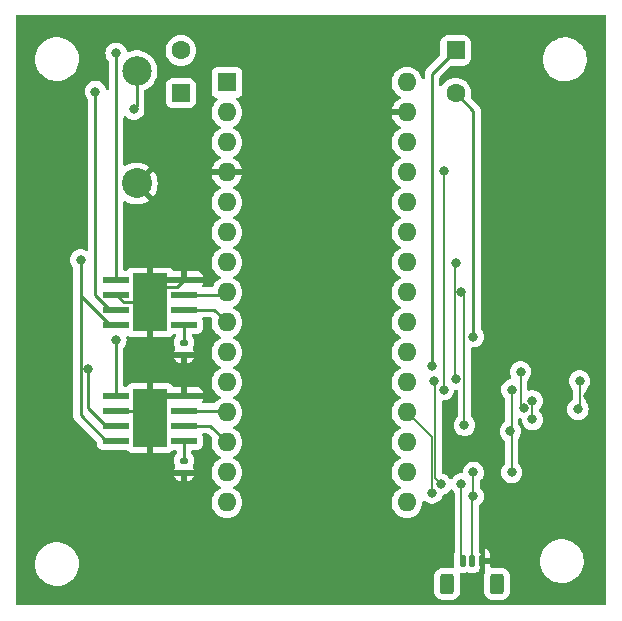
<source format=gbr>
%TF.GenerationSoftware,KiCad,Pcbnew,7.0.2*%
%TF.CreationDate,2023-08-25T16:22:19-05:00*%
%TF.ProjectId,ziggy,7a696767-792e-46b6-9963-61645f706362,rev?*%
%TF.SameCoordinates,Original*%
%TF.FileFunction,Copper,L2,Bot*%
%TF.FilePolarity,Positive*%
%FSLAX46Y46*%
G04 Gerber Fmt 4.6, Leading zero omitted, Abs format (unit mm)*
G04 Created by KiCad (PCBNEW 7.0.2) date 2023-08-25 16:22:19*
%MOMM*%
%LPD*%
G01*
G04 APERTURE LIST*
G04 Aperture macros list*
%AMRoundRect*
0 Rectangle with rounded corners*
0 $1 Rounding radius*
0 $2 $3 $4 $5 $6 $7 $8 $9 X,Y pos of 4 corners*
0 Add a 4 corners polygon primitive as box body*
4,1,4,$2,$3,$4,$5,$6,$7,$8,$9,$2,$3,0*
0 Add four circle primitives for the rounded corners*
1,1,$1+$1,$2,$3*
1,1,$1+$1,$4,$5*
1,1,$1+$1,$6,$7*
1,1,$1+$1,$8,$9*
0 Add four rect primitives between the rounded corners*
20,1,$1+$1,$2,$3,$4,$5,0*
20,1,$1+$1,$4,$5,$6,$7,0*
20,1,$1+$1,$6,$7,$8,$9,0*
20,1,$1+$1,$8,$9,$2,$3,0*%
G04 Aperture macros list end*
%TA.AperFunction,ComponentPad*%
%ADD10RoundRect,0.250000X0.550000X-0.550000X0.550000X0.550000X-0.550000X0.550000X-0.550000X-0.550000X0*%
%TD*%
%TA.AperFunction,ComponentPad*%
%ADD11C,1.600000*%
%TD*%
%TA.AperFunction,ComponentPad*%
%ADD12RoundRect,0.250000X-0.550000X0.550000X-0.550000X-0.550000X0.550000X-0.550000X0.550000X0.550000X0*%
%TD*%
%TA.AperFunction,ComponentPad*%
%ADD13R,1.600000X1.600000*%
%TD*%
%TA.AperFunction,ComponentPad*%
%ADD14O,1.600000X1.600000*%
%TD*%
%TA.AperFunction,SMDPad,CuDef*%
%ADD15RoundRect,0.135000X-0.185000X0.135000X-0.185000X-0.135000X0.185000X-0.135000X0.185000X0.135000X0*%
%TD*%
%TA.AperFunction,ComponentPad*%
%ADD16C,2.500000*%
%TD*%
%TA.AperFunction,ComponentPad*%
%ADD17C,2.540000*%
%TD*%
%TA.AperFunction,SMDPad,CuDef*%
%ADD18R,2.200000X0.500000*%
%TD*%
%TA.AperFunction,ComponentPad*%
%ADD19C,0.630000*%
%TD*%
%TA.AperFunction,SMDPad,CuDef*%
%ADD20R,2.950000X4.900000*%
%TD*%
%TA.AperFunction,SMDPad,CuDef*%
%ADD21RoundRect,0.125000X0.125000X0.375000X-0.125000X0.375000X-0.125000X-0.375000X0.125000X-0.375000X0*%
%TD*%
%TA.AperFunction,SMDPad,CuDef*%
%ADD22RoundRect,0.250000X0.350000X0.600000X-0.350000X0.600000X-0.350000X-0.600000X0.350000X-0.600000X0*%
%TD*%
%TA.AperFunction,ViaPad*%
%ADD23C,0.800000*%
%TD*%
%TA.AperFunction,Conductor*%
%ADD24C,0.250000*%
%TD*%
%TA.AperFunction,Conductor*%
%ADD25C,0.140000*%
%TD*%
G04 APERTURE END LIST*
D10*
%TO.P,M2,1,+*%
%TO.N,Net-(M2-+)*%
X159250000Y-100870000D03*
D11*
%TO.P,M2,2,-*%
%TO.N,Net-(M2--)*%
X159250000Y-97270000D03*
%TD*%
D12*
%TO.P,M1,1,+*%
%TO.N,Net-(M1-+)*%
X182500000Y-97270000D03*
D11*
%TO.P,M1,2,-*%
%TO.N,Net-(M1--)*%
X182500000Y-100870000D03*
%TD*%
D13*
%TO.P,A1,1,TX1*%
%TO.N,unconnected-(A1-TX1-Pad1)*%
X163140000Y-99970000D03*
D14*
%TO.P,A1,2,RX1*%
%TO.N,unconnected-(A1-RX1-Pad2)*%
X163140000Y-102510000D03*
%TO.P,A1,3,~{RESET}*%
%TO.N,unconnected-(A1-~{RESET}-Pad3)*%
X163140000Y-105050000D03*
%TO.P,A1,4,GND*%
%TO.N,GND*%
X163140000Y-107590000D03*
%TO.P,A1,5,D2*%
%TO.N,unconnected-(A1-D2-Pad5)*%
X163140000Y-110130000D03*
%TO.P,A1,6,D3*%
%TO.N,D3 (PWM5)*%
X163140000Y-112670000D03*
%TO.P,A1,7,D4*%
%TO.N,unconnected-(A1-D4-Pad7)*%
X163140000Y-115210000D03*
%TO.P,A1,8,D5*%
%TO.N,D5 (PWM4)*%
X163140000Y-117750000D03*
%TO.P,A1,9,D6*%
%TO.N,D6 (PWM3)*%
X163140000Y-120290000D03*
%TO.P,A1,10,D7*%
%TO.N,unconnected-(A1-D7-Pad10)*%
X163140000Y-122830000D03*
%TO.P,A1,11,D8*%
%TO.N,unconnected-(A1-D8-Pad11)*%
X163140000Y-125370000D03*
%TO.P,A1,12,D9*%
%TO.N,D9 (PWM2)*%
X163140000Y-127910000D03*
%TO.P,A1,13,D10*%
%TO.N,D10 (PWM1)*%
X163140000Y-130450000D03*
%TO.P,A1,14,MOSI*%
%TO.N,unconnected-(A1-MOSI-Pad14)*%
X163140000Y-132990000D03*
%TO.P,A1,15,MISO*%
%TO.N,unconnected-(A1-MISO-Pad15)*%
X163140000Y-135530000D03*
%TO.P,A1,16,SCK*%
%TO.N,unconnected-(A1-SCK-Pad16)*%
X178380000Y-135530000D03*
%TO.P,A1,17,3V3*%
%TO.N,+3.3V*%
X178380000Y-132990000D03*
%TO.P,A1,18,AREF*%
%TO.N,unconnected-(A1-AREF-Pad18)*%
X178380000Y-130450000D03*
%TO.P,A1,19,A0*%
%TO.N,Top Distance*%
X178380000Y-127910000D03*
%TO.P,A1,20,A1*%
%TO.N,Front Distance*%
X178380000Y-125370000D03*
%TO.P,A1,21,A2*%
%TO.N,unconnected-(A1-A2-Pad21)*%
X178380000Y-122830000D03*
%TO.P,A1,22,A3*%
%TO.N,unconnected-(A1-A3-Pad22)*%
X178380000Y-120290000D03*
%TO.P,A1,23,SDA/A4*%
%TO.N,SDA*%
X178380000Y-117750000D03*
%TO.P,A1,24,SCL/A5*%
%TO.N,SCL*%
X178380000Y-115210000D03*
%TO.P,A1,25,A6*%
%TO.N,unconnected-(A1-A6-Pad25)*%
X178380000Y-112670000D03*
%TO.P,A1,26,A7*%
%TO.N,unconnected-(A1-A7-Pad26)*%
X178380000Y-110130000D03*
%TO.P,A1,27,+5V*%
%TO.N,+5V*%
X178380000Y-107590000D03*
%TO.P,A1,28,~{RESET}*%
%TO.N,unconnected-(A1-~{RESET}-Pad28)*%
X178380000Y-105050000D03*
%TO.P,A1,29,GND*%
%TO.N,GND*%
X178380000Y-102510000D03*
%TO.P,A1,30,VIN*%
%TO.N,+9V*%
X178380000Y-99970000D03*
%TD*%
D15*
%TO.P,R2,1*%
%TO.N,Net-(U2-ILIM)*%
X159500000Y-122000001D03*
%TO.P,R2,2*%
%TO.N,GND*%
X159500000Y-123020001D03*
%TD*%
D16*
%TO.P,BT1,1,+*%
%TO.N,+9V*%
X155500000Y-99000000D03*
D17*
%TO.P,BT1,2,-*%
%TO.N,GND*%
X155500000Y-108530000D03*
%TD*%
D18*
%TO.P,U2,1,GND*%
%TO.N,GND*%
X159500000Y-116689999D03*
%TO.P,U2,2,IN2*%
%TO.N,D5 (PWM4)*%
X159500000Y-117959999D03*
%TO.P,U2,3,IN1*%
%TO.N,D6 (PWM3)*%
X159500000Y-119229999D03*
%TO.P,U2,4,ILIM*%
%TO.N,Net-(U2-ILIM)*%
X159500000Y-120499999D03*
%TO.P,U2,5,VM*%
%TO.N,+9V*%
X153750000Y-120499999D03*
%TO.P,U2,6,OUT1*%
%TO.N,Net-(M2-+)*%
X153750000Y-119229999D03*
%TO.P,U2,7,GND*%
%TO.N,GND*%
X153750000Y-117959999D03*
%TO.P,U2,8,OUT2*%
%TO.N,Net-(M2--)*%
X153750000Y-116689999D03*
D19*
%TO.P,U2,9,GND*%
%TO.N,GND*%
X157275000Y-118594999D03*
X155975000Y-117294999D03*
X155975000Y-119894999D03*
X155975000Y-118594999D03*
X157275000Y-117294999D03*
D20*
X156625000Y-118594999D03*
D19*
X157275000Y-119894999D03*
%TD*%
D18*
%TO.P,U1,1,GND*%
%TO.N,GND*%
X159500000Y-126500000D03*
%TO.P,U1,2,IN2*%
%TO.N,D9 (PWM2)*%
X159500000Y-127770000D03*
%TO.P,U1,3,IN1*%
%TO.N,D10 (PWM1)*%
X159500000Y-129040000D03*
%TO.P,U1,4,ILIM*%
%TO.N,Net-(U1-ILIM)*%
X159500000Y-130310000D03*
%TO.P,U1,5,VM*%
%TO.N,+9V*%
X153750000Y-130310000D03*
%TO.P,U1,6,OUT1*%
%TO.N,Net-(M1-+)*%
X153750000Y-129040000D03*
%TO.P,U1,7,GND*%
%TO.N,GND*%
X153750000Y-127770000D03*
%TO.P,U1,8,OUT2*%
%TO.N,Net-(M1--)*%
X153750000Y-126500000D03*
D19*
%TO.P,U1,9,GND*%
%TO.N,GND*%
X157275000Y-128405000D03*
X155975000Y-127105000D03*
X155975000Y-129705000D03*
X155975000Y-128405000D03*
X157275000Y-127105000D03*
D20*
X156625000Y-128405000D03*
D19*
X157275000Y-129705000D03*
%TD*%
D15*
%TO.P,R1,1*%
%TO.N,Net-(U1-ILIM)*%
X159500000Y-132000000D03*
%TO.P,R1,2*%
%TO.N,GND*%
X159500000Y-133020000D03*
%TD*%
D21*
%TO.P,J2,1,Pin_1*%
%TO.N,GND*%
X184700000Y-140470000D03*
%TO.P,J2,2,Pin_2*%
%TO.N,+3.3V*%
X183900000Y-140470000D03*
%TO.P,J2,3,Pin_3*%
%TO.N,Front Distance*%
X183100000Y-140470000D03*
D22*
%TO.P,J2,MP*%
%TO.N,N/C*%
X186000000Y-142420000D03*
X181800000Y-142420000D03*
%TD*%
D23*
%TO.N,GND*%
X193750000Y-126500000D03*
%TO.N,+5V*%
X181480000Y-126000000D03*
X181500000Y-107500000D03*
%TO.N,SDA*%
X183000000Y-117750000D03*
X183250000Y-129000000D03*
%TO.N,+3.3V*%
X192853080Y-127663345D03*
X193000000Y-125250000D03*
X187250000Y-126000000D03*
X187250000Y-133000000D03*
X187135000Y-129510000D03*
X184000000Y-133000000D03*
X184000000Y-135020000D03*
%TO.N,SDA_3V3*%
X189000000Y-128500000D03*
X189000000Y-126930500D03*
%TO.N,SCL*%
X182500000Y-115250000D03*
X182500001Y-125070000D03*
%TO.N,SCL_3V3*%
X188000000Y-124480001D03*
X188250000Y-127500000D03*
%TO.N,+9V*%
X155250000Y-102250000D03*
X150750000Y-115000000D03*
%TO.N,Net-(M1-+)*%
X180500000Y-124000000D03*
X151374500Y-124250000D03*
%TO.N,Net-(M1--)*%
X184000000Y-121500000D03*
X153750000Y-121750000D03*
%TO.N,Net-(M2-+)*%
X152000000Y-100750000D03*
%TO.N,Net-(M2--)*%
X153750000Y-97500000D03*
%TO.N,Top Distance*%
X180500000Y-134750000D03*
%TO.N,Front Distance*%
X181250000Y-134000000D03*
X180710501Y-125250000D03*
X182996899Y-133975402D03*
%TD*%
D24*
%TO.N,Net-(U1-ILIM)*%
X159500000Y-132000000D02*
X159500000Y-130310000D01*
%TO.N,GND*%
X157275000Y-117294999D02*
X158895000Y-117294999D01*
X155975000Y-118594999D02*
X154385000Y-118594999D01*
X156610000Y-127770000D02*
X157275000Y-127105000D01*
X158895000Y-117294999D02*
X159500000Y-116689999D01*
X153750000Y-127770000D02*
X156610000Y-127770000D01*
X154385000Y-118594999D02*
X153750000Y-117959999D01*
%TO.N,Net-(U2-ILIM)*%
X159500000Y-120499999D02*
X159500000Y-122000001D01*
D25*
%TO.N,+5V*%
X181500000Y-125980000D02*
X181480000Y-126000000D01*
X181500000Y-107500000D02*
X181500000Y-125980000D01*
%TO.N,SDA*%
X183250000Y-129000000D02*
X183250000Y-118000000D01*
X183250000Y-118000000D02*
X183000000Y-117750000D01*
%TO.N,+3.3V*%
X187250000Y-129000000D02*
X187250000Y-126000000D01*
X193000000Y-125250000D02*
X193000000Y-127516425D01*
X187250000Y-129395000D02*
X187250000Y-129000000D01*
X187135000Y-129510000D02*
X187250000Y-129395000D01*
X184000000Y-133000000D02*
X184000000Y-135020000D01*
X183900000Y-135120000D02*
X184000000Y-135020000D01*
X187250000Y-133000000D02*
X187250000Y-129000000D01*
X193000000Y-127516425D02*
X192853080Y-127663345D01*
X183900000Y-140470000D02*
X183900000Y-135120000D01*
%TO.N,SDA_3V3*%
X189000000Y-126930500D02*
X189000000Y-128500000D01*
%TO.N,SCL*%
X182500000Y-115250000D02*
X182430000Y-115320000D01*
X182430000Y-124999999D02*
X182500001Y-125070000D01*
X182430000Y-115320000D02*
X182430000Y-124999999D01*
%TO.N,SCL_3V3*%
X188000000Y-124480001D02*
X188000000Y-127250000D01*
X188000000Y-127250000D02*
X188250000Y-127500000D01*
D24*
%TO.N,D9 (PWM2)*%
X163000000Y-127770000D02*
X163140000Y-127910000D01*
X159500000Y-127770000D02*
X163000000Y-127770000D01*
%TO.N,D10 (PWM1)*%
X161730000Y-129040000D02*
X163140000Y-130450000D01*
X159500000Y-129040000D02*
X161730000Y-129040000D01*
%TO.N,+9V*%
X153220000Y-120499999D02*
X150750000Y-118029999D01*
X150750000Y-128160000D02*
X150750000Y-118029999D01*
X152900000Y-130310000D02*
X150750000Y-128160000D01*
X155500000Y-99003394D02*
X155500000Y-102000000D01*
X150750000Y-118029999D02*
X150750000Y-115000000D01*
X155500000Y-102000000D02*
X155250000Y-102250000D01*
X153750000Y-120499999D02*
X153220000Y-120499999D01*
X153750000Y-130310000D02*
X152900000Y-130310000D01*
%TO.N,Net-(M1-+)*%
X180500000Y-124000000D02*
X180500000Y-99270000D01*
X151374500Y-127514500D02*
X151374500Y-124250000D01*
X152900000Y-129040000D02*
X151374500Y-127514500D01*
X180500000Y-99270000D02*
X182500000Y-97270000D01*
X153750000Y-129040000D02*
X152900000Y-129040000D01*
%TO.N,Net-(M1--)*%
X184000000Y-121500000D02*
X184000000Y-102370000D01*
X153750000Y-126500000D02*
X153750000Y-121750000D01*
X184000000Y-102370000D02*
X182500000Y-100870000D01*
%TO.N,D5 (PWM4)*%
X159500000Y-117959999D02*
X162930001Y-117959999D01*
X162930001Y-117959999D02*
X163140000Y-117750000D01*
%TO.N,D6 (PWM3)*%
X162079999Y-119229999D02*
X163140000Y-120290000D01*
X159500000Y-119229999D02*
X162079999Y-119229999D01*
%TO.N,Net-(M2-+)*%
X153220000Y-119229999D02*
X152000000Y-118009999D01*
X152000000Y-118009999D02*
X152000000Y-100750000D01*
X153750000Y-119229999D02*
X153220000Y-119229999D01*
%TO.N,Net-(M2--)*%
X153750000Y-97500000D02*
X153750000Y-116689999D01*
D25*
%TO.N,Top Distance*%
X180500000Y-130030000D02*
X178380000Y-127910000D01*
X180500000Y-134750000D02*
X180500000Y-130030000D01*
%TO.N,Front Distance*%
X180740000Y-125279499D02*
X180740000Y-133490000D01*
X182996899Y-140366899D02*
X183100000Y-140470000D01*
X182996899Y-133975402D02*
X182996899Y-140366899D01*
X180710501Y-125250000D02*
X180740000Y-125279499D01*
X180740000Y-133490000D02*
X181250000Y-134000000D01*
%TD*%
%TA.AperFunction,Conductor*%
%TO.N,GND*%
G36*
X195192539Y-94290185D02*
G01*
X195238294Y-94342989D01*
X195249500Y-94394500D01*
X195249500Y-144126000D01*
X195229815Y-144193039D01*
X195177011Y-144238794D01*
X195125500Y-144250000D01*
X145374500Y-144250000D01*
X145307461Y-144230315D01*
X145261706Y-144177511D01*
X145250500Y-144126000D01*
X145250500Y-140817764D01*
X146895787Y-140817764D01*
X146925413Y-141087016D01*
X146959998Y-141219304D01*
X146993928Y-141349088D01*
X147091890Y-141579611D01*
X147099871Y-141598392D01*
X147240982Y-141829611D01*
X147414253Y-142037818D01*
X147414255Y-142037820D01*
X147615998Y-142218582D01*
X147841910Y-142368044D01*
X147948211Y-142417876D01*
X148087177Y-142483021D01*
X148346562Y-142561058D01*
X148346569Y-142561060D01*
X148614561Y-142600500D01*
X148614564Y-142600500D01*
X148815369Y-142600500D01*
X148817631Y-142600500D01*
X149020156Y-142585677D01*
X149284553Y-142526780D01*
X149537558Y-142430014D01*
X149773777Y-142297441D01*
X149988177Y-142131888D01*
X150176186Y-141936881D01*
X150333799Y-141716579D01*
X150457656Y-141475675D01*
X150545118Y-141219305D01*
X150594319Y-140952933D01*
X150604212Y-140682235D01*
X150574586Y-140412982D01*
X150506072Y-140150912D01*
X150400130Y-139901610D01*
X150259018Y-139670390D01*
X150259017Y-139670388D01*
X150085746Y-139462181D01*
X149980759Y-139368112D01*
X149884002Y-139281418D01*
X149658090Y-139131956D01*
X149658086Y-139131954D01*
X149412822Y-139016978D01*
X149153437Y-138938941D01*
X149153431Y-138938940D01*
X148885439Y-138899500D01*
X148682369Y-138899500D01*
X148680120Y-138899664D01*
X148680109Y-138899665D01*
X148479843Y-138914322D01*
X148215449Y-138973219D01*
X147962441Y-139069986D01*
X147726223Y-139202559D01*
X147511825Y-139368109D01*
X147323813Y-139563120D01*
X147166201Y-139783420D01*
X147042342Y-140024329D01*
X146954881Y-140280695D01*
X146905680Y-140547066D01*
X146895787Y-140817764D01*
X145250500Y-140817764D01*
X145250500Y-133270000D01*
X158687156Y-133270000D01*
X158727595Y-133409195D01*
X158809264Y-133547290D01*
X158922709Y-133660735D01*
X159060807Y-133742406D01*
X159214872Y-133787166D01*
X159250000Y-133789930D01*
X159250000Y-133270000D01*
X159750000Y-133270000D01*
X159750000Y-133789930D01*
X159785127Y-133787166D01*
X159939192Y-133742406D01*
X160077290Y-133660735D01*
X160190735Y-133547290D01*
X160272404Y-133409195D01*
X160312844Y-133270000D01*
X159750000Y-133270000D01*
X159250000Y-133270000D01*
X158687156Y-133270000D01*
X145250500Y-133270000D01*
X145250500Y-115000000D01*
X149844540Y-115000000D01*
X149864326Y-115188257D01*
X149922820Y-115368284D01*
X150017466Y-115532216D01*
X150092649Y-115615715D01*
X150122879Y-115678707D01*
X150124499Y-115698687D01*
X150124499Y-117947259D01*
X150122235Y-117967760D01*
X150124439Y-118037871D01*
X150124500Y-118041766D01*
X150124500Y-128077256D01*
X150122235Y-128097766D01*
X150124439Y-128167872D01*
X150124500Y-128171767D01*
X150124500Y-128199350D01*
X150124988Y-128203219D01*
X150124989Y-128203225D01*
X150125004Y-128203343D01*
X150125918Y-128214967D01*
X150127290Y-128258626D01*
X150131798Y-128274140D01*
X150132861Y-128277800D01*
X150132879Y-128277860D01*
X150136825Y-128296916D01*
X150139335Y-128316792D01*
X150155414Y-128357404D01*
X150159197Y-128368451D01*
X150171382Y-128410391D01*
X150181580Y-128427635D01*
X150190136Y-128445100D01*
X150197514Y-128463732D01*
X150197515Y-128463733D01*
X150223180Y-128499059D01*
X150229593Y-128508822D01*
X150251826Y-128546416D01*
X150251829Y-128546419D01*
X150251830Y-128546420D01*
X150265995Y-128560585D01*
X150278627Y-128575375D01*
X150290406Y-128591587D01*
X150324058Y-128619426D01*
X150332699Y-128627289D01*
X152113181Y-130407772D01*
X152146666Y-130469095D01*
X152149500Y-130495452D01*
X152149500Y-130604560D01*
X152149500Y-130604578D01*
X152149501Y-130607872D01*
X152149853Y-130611152D01*
X152149854Y-130611159D01*
X152155909Y-130667484D01*
X152181056Y-130734906D01*
X152206204Y-130802331D01*
X152292454Y-130917546D01*
X152407669Y-131003796D01*
X152542517Y-131054091D01*
X152602127Y-131060500D01*
X154617185Y-131060499D01*
X154684224Y-131080184D01*
X154716451Y-131110187D01*
X154792810Y-131212188D01*
X154907910Y-131298352D01*
X155042628Y-131348599D01*
X155098867Y-131354645D01*
X155105482Y-131355000D01*
X156375000Y-131355000D01*
X156875000Y-131355000D01*
X158144518Y-131355000D01*
X158151132Y-131354645D01*
X158207371Y-131348599D01*
X158342089Y-131298352D01*
X158457189Y-131212188D01*
X158533547Y-131110188D01*
X158589481Y-131068317D01*
X158632811Y-131060499D01*
X158750500Y-131060499D01*
X158817539Y-131080184D01*
X158863294Y-131132988D01*
X158874500Y-131184499D01*
X158874500Y-131355404D01*
X158854815Y-131422443D01*
X158838182Y-131443084D01*
X158808865Y-131472400D01*
X158727130Y-131610607D01*
X158682335Y-131764793D01*
X158679691Y-131798384D01*
X158679690Y-131798400D01*
X158679500Y-131800819D01*
X158679500Y-131803263D01*
X158679500Y-131803264D01*
X158679500Y-132196756D01*
X158679500Y-132196781D01*
X158679501Y-132199180D01*
X158679689Y-132201571D01*
X158679690Y-132201593D01*
X158682335Y-132235205D01*
X158727130Y-132389392D01*
X158761418Y-132447370D01*
X158778601Y-132515094D01*
X158761419Y-132573611D01*
X158727593Y-132630809D01*
X158687155Y-132769999D01*
X158687155Y-132770000D01*
X159239591Y-132770000D01*
X159247821Y-132770323D01*
X159245955Y-132770213D01*
X159248375Y-132770307D01*
X159250819Y-132770500D01*
X159749180Y-132770499D01*
X159751596Y-132770308D01*
X159754038Y-132770213D01*
X159752171Y-132770322D01*
X159760392Y-132770000D01*
X160312844Y-132770000D01*
X160272404Y-132630804D01*
X160238581Y-132573612D01*
X160221398Y-132505888D01*
X160238579Y-132447372D01*
X160272869Y-132389393D01*
X160317665Y-132235204D01*
X160320500Y-132199181D01*
X160320499Y-131800820D01*
X160317665Y-131764796D01*
X160272869Y-131610607D01*
X160191135Y-131472402D01*
X160191134Y-131472400D01*
X160161818Y-131443084D01*
X160128333Y-131381761D01*
X160125500Y-131355404D01*
X160125500Y-131184499D01*
X160145185Y-131117460D01*
X160197989Y-131071705D01*
X160249500Y-131060499D01*
X160644561Y-131060499D01*
X160647872Y-131060499D01*
X160707483Y-131054091D01*
X160842331Y-131003796D01*
X160957546Y-130917546D01*
X161043796Y-130802331D01*
X161094091Y-130667483D01*
X161100500Y-130607873D01*
X161100499Y-130012128D01*
X161094091Y-129952517D01*
X161049450Y-129832830D01*
X161044467Y-129763142D01*
X161077952Y-129701819D01*
X161139275Y-129668334D01*
X161165633Y-129665500D01*
X161419548Y-129665500D01*
X161486587Y-129685185D01*
X161507229Y-129701819D01*
X161840586Y-130035177D01*
X161874071Y-130096500D01*
X161872680Y-130154950D01*
X161854364Y-130223307D01*
X161834531Y-130450000D01*
X161854364Y-130676689D01*
X161913261Y-130896497D01*
X162009432Y-131102735D01*
X162139953Y-131289140D01*
X162300859Y-131450046D01*
X162487263Y-131580566D01*
X162487266Y-131580568D01*
X162545275Y-131607618D01*
X162597714Y-131653791D01*
X162616865Y-131720985D01*
X162596649Y-131787866D01*
X162545275Y-131832382D01*
X162487263Y-131859433D01*
X162300859Y-131989953D01*
X162139953Y-132150859D01*
X162009432Y-132337264D01*
X161913261Y-132543502D01*
X161854364Y-132763310D01*
X161834531Y-132990000D01*
X161854364Y-133216689D01*
X161913261Y-133436497D01*
X162009432Y-133642735D01*
X162139953Y-133829140D01*
X162300859Y-133990046D01*
X162396863Y-134057268D01*
X162487266Y-134120568D01*
X162545275Y-134147618D01*
X162597714Y-134193791D01*
X162616865Y-134260985D01*
X162596649Y-134327866D01*
X162545275Y-134372382D01*
X162487263Y-134399433D01*
X162300859Y-134529953D01*
X162139953Y-134690859D01*
X162009432Y-134877264D01*
X161913261Y-135083502D01*
X161854364Y-135303310D01*
X161834531Y-135529999D01*
X161854364Y-135756689D01*
X161913261Y-135976497D01*
X162009432Y-136182735D01*
X162139953Y-136369140D01*
X162300859Y-136530046D01*
X162487264Y-136660567D01*
X162487265Y-136660567D01*
X162487266Y-136660568D01*
X162693504Y-136756739D01*
X162913308Y-136815635D01*
X163064436Y-136828856D01*
X163139999Y-136835468D01*
X163139999Y-136835467D01*
X163140000Y-136835468D01*
X163366692Y-136815635D01*
X163586496Y-136756739D01*
X163792734Y-136660568D01*
X163979139Y-136530047D01*
X164140047Y-136369139D01*
X164270568Y-136182734D01*
X164366739Y-135976496D01*
X164425635Y-135756692D01*
X164445468Y-135530000D01*
X177074531Y-135530000D01*
X177094364Y-135756689D01*
X177153261Y-135976497D01*
X177249432Y-136182735D01*
X177379953Y-136369140D01*
X177540859Y-136530046D01*
X177727264Y-136660567D01*
X177727265Y-136660567D01*
X177727266Y-136660568D01*
X177933504Y-136756739D01*
X178153308Y-136815635D01*
X178304436Y-136828856D01*
X178379999Y-136835468D01*
X178379999Y-136835467D01*
X178380000Y-136835468D01*
X178606692Y-136815635D01*
X178826496Y-136756739D01*
X179032734Y-136660568D01*
X179219139Y-136530047D01*
X179380047Y-136369139D01*
X179510568Y-136182734D01*
X179606739Y-135976496D01*
X179665635Y-135756692D01*
X179678369Y-135611144D01*
X179685468Y-135530004D01*
X179685468Y-135529999D01*
X179684931Y-135523866D01*
X179698695Y-135455369D01*
X179747309Y-135405184D01*
X179815337Y-135389248D01*
X179881181Y-135412620D01*
X179886176Y-135417110D01*
X180047269Y-135534151D01*
X180220197Y-135611144D01*
X180405352Y-135650500D01*
X180405354Y-135650500D01*
X180594648Y-135650500D01*
X180718083Y-135624262D01*
X180779803Y-135611144D01*
X180952730Y-135534151D01*
X181105871Y-135422888D01*
X181232533Y-135282216D01*
X181327179Y-135118284D01*
X181379773Y-134956415D01*
X181419209Y-134898743D01*
X181471920Y-134873446D01*
X181529803Y-134861144D01*
X181702730Y-134784151D01*
X181797646Y-134715191D01*
X181855870Y-134672889D01*
X181855871Y-134672888D01*
X181982533Y-134532216D01*
X182023163Y-134461841D01*
X182073729Y-134413627D01*
X182142336Y-134400403D01*
X182207201Y-134426371D01*
X182237937Y-134461842D01*
X182264363Y-134507615D01*
X182264366Y-134507618D01*
X182391028Y-134648290D01*
X182391031Y-134648292D01*
X182394549Y-134652199D01*
X182424779Y-134715191D01*
X182426399Y-134735172D01*
X182426399Y-139759931D01*
X182409131Y-139823052D01*
X182396381Y-139844610D01*
X182352291Y-139996370D01*
X182349691Y-140029402D01*
X182349690Y-140029418D01*
X182349500Y-140031837D01*
X182349500Y-140034281D01*
X182349500Y-140034282D01*
X182349500Y-140905738D01*
X182349500Y-140905763D01*
X182349501Y-140908162D01*
X182349690Y-140910562D01*
X182349691Y-140910590D01*
X182351848Y-140938017D01*
X182337479Y-141006393D01*
X182288424Y-141056147D01*
X182220258Y-141071480D01*
X182215633Y-141071095D01*
X182203153Y-141069820D01*
X182203129Y-141069818D01*
X182200009Y-141069500D01*
X182196860Y-141069500D01*
X181403141Y-141069500D01*
X181403121Y-141069500D01*
X181399992Y-141069501D01*
X181396860Y-141069820D01*
X181396858Y-141069821D01*
X181297203Y-141080000D01*
X181130665Y-141135186D01*
X180981342Y-141227288D01*
X180857288Y-141351342D01*
X180765186Y-141500665D01*
X180710000Y-141667202D01*
X180699819Y-141766858D01*
X180699817Y-141766878D01*
X180699500Y-141769991D01*
X180699500Y-141773138D01*
X180699500Y-141773139D01*
X180699500Y-143066859D01*
X180699500Y-143066878D01*
X180699501Y-143070008D01*
X180699820Y-143073140D01*
X180699821Y-143073141D01*
X180710000Y-143172796D01*
X180765186Y-143339334D01*
X180857288Y-143488657D01*
X180981342Y-143612711D01*
X180981344Y-143612712D01*
X181130666Y-143704814D01*
X181242016Y-143741712D01*
X181297202Y-143759999D01*
X181396858Y-143770180D01*
X181396859Y-143770180D01*
X181399991Y-143770500D01*
X182200008Y-143770499D01*
X182302797Y-143759999D01*
X182469334Y-143704814D01*
X182618656Y-143612712D01*
X182742712Y-143488656D01*
X182834814Y-143339334D01*
X182889999Y-143172797D01*
X182900500Y-143070009D01*
X182900500Y-143066878D01*
X184899500Y-143066878D01*
X184899501Y-143070008D01*
X184899820Y-143073140D01*
X184899821Y-143073141D01*
X184910000Y-143172796D01*
X184965186Y-143339334D01*
X185057288Y-143488657D01*
X185181342Y-143612711D01*
X185181344Y-143612712D01*
X185330666Y-143704814D01*
X185442016Y-143741712D01*
X185497202Y-143759999D01*
X185596858Y-143770180D01*
X185596859Y-143770180D01*
X185599991Y-143770500D01*
X186400008Y-143770499D01*
X186502797Y-143759999D01*
X186669334Y-143704814D01*
X186818656Y-143612712D01*
X186942712Y-143488656D01*
X187034814Y-143339334D01*
X187089999Y-143172797D01*
X187100500Y-143070009D01*
X187100499Y-141769992D01*
X187089999Y-141667203D01*
X187034814Y-141500666D01*
X186942712Y-141351344D01*
X186942711Y-141351342D01*
X186818657Y-141227288D01*
X186669334Y-141135186D01*
X186502797Y-141080000D01*
X186403141Y-141069819D01*
X186403122Y-141069818D01*
X186400009Y-141069500D01*
X186396860Y-141069500D01*
X185603141Y-141069500D01*
X185603121Y-141069500D01*
X185599992Y-141069501D01*
X185596875Y-141069819D01*
X185596863Y-141069820D01*
X185583855Y-141071149D01*
X185515163Y-141058375D01*
X185464281Y-141010492D01*
X185447364Y-140942701D01*
X185447643Y-140938057D01*
X185449807Y-140910562D01*
X185450000Y-140905666D01*
X185450000Y-140720000D01*
X184950000Y-140720000D01*
X184950000Y-141521486D01*
X184946527Y-141521486D01*
X184948462Y-141548978D01*
X184945032Y-141561485D01*
X184910000Y-141667202D01*
X184899819Y-141766858D01*
X184899817Y-141766878D01*
X184899500Y-141769991D01*
X184899500Y-141773138D01*
X184899500Y-141773139D01*
X184899500Y-143066859D01*
X184899500Y-143066878D01*
X182900500Y-143066878D01*
X182900499Y-141769992D01*
X182889999Y-141667203D01*
X182878832Y-141633503D01*
X182876430Y-141563674D01*
X182912162Y-141503633D01*
X182974683Y-141472440D01*
X182996529Y-141470499D01*
X183288162Y-141470499D01*
X183319440Y-141468038D01*
X183323628Y-141467709D01*
X183465405Y-141426519D01*
X183534595Y-141426519D01*
X183676373Y-141467709D01*
X183711837Y-141470500D01*
X184088162Y-141470499D01*
X184123627Y-141467709D01*
X184266303Y-141426258D01*
X184335492Y-141426258D01*
X184449999Y-141459525D01*
X184450000Y-141459525D01*
X184450000Y-141355952D01*
X184469685Y-141288913D01*
X184486320Y-141268270D01*
X184486319Y-141268269D01*
X184523170Y-141231420D01*
X184603618Y-141095390D01*
X184647709Y-140943627D01*
X184650500Y-140908163D01*
X184650500Y-140567764D01*
X189645787Y-140567764D01*
X189675413Y-140837016D01*
X189701829Y-140938057D01*
X189743928Y-141099088D01*
X189795015Y-141219305D01*
X189849871Y-141348392D01*
X189990982Y-141579611D01*
X190149418Y-141769992D01*
X190164255Y-141787820D01*
X190365998Y-141968582D01*
X190591910Y-142118044D01*
X190698211Y-142167876D01*
X190837177Y-142233021D01*
X191096562Y-142311058D01*
X191096569Y-142311060D01*
X191364561Y-142350500D01*
X191364564Y-142350500D01*
X191565369Y-142350500D01*
X191567631Y-142350500D01*
X191770156Y-142335677D01*
X192034553Y-142276780D01*
X192287558Y-142180014D01*
X192523777Y-142047441D01*
X192738177Y-141881888D01*
X192926186Y-141686881D01*
X193083799Y-141466579D01*
X193207656Y-141225675D01*
X193295118Y-140969305D01*
X193344319Y-140702933D01*
X193354212Y-140432235D01*
X193324586Y-140162982D01*
X193256072Y-139900912D01*
X193150130Y-139651610D01*
X193009018Y-139420390D01*
X193009017Y-139420388D01*
X192835746Y-139212181D01*
X192730759Y-139118112D01*
X192634002Y-139031418D01*
X192408090Y-138881956D01*
X192408086Y-138881954D01*
X192162822Y-138766978D01*
X191903437Y-138688941D01*
X191903431Y-138688940D01*
X191635439Y-138649500D01*
X191432369Y-138649500D01*
X191430120Y-138649664D01*
X191430109Y-138649665D01*
X191229843Y-138664322D01*
X190965449Y-138723219D01*
X190712441Y-138819986D01*
X190476223Y-138952559D01*
X190261825Y-139118109D01*
X190073813Y-139313120D01*
X189916201Y-139533420D01*
X189792342Y-139774329D01*
X189704881Y-140030695D01*
X189655680Y-140297066D01*
X189645787Y-140567764D01*
X184650500Y-140567764D01*
X184650499Y-140031838D01*
X184647709Y-139996373D01*
X184647709Y-139996371D01*
X184603618Y-139844610D01*
X184523169Y-139708578D01*
X184506819Y-139692228D01*
X184473334Y-139630905D01*
X184470500Y-139604547D01*
X184470500Y-139480472D01*
X184950000Y-139480472D01*
X184950000Y-140220000D01*
X185450000Y-140220000D01*
X185450000Y-140034333D01*
X185449808Y-140029453D01*
X185447210Y-139996447D01*
X185403155Y-139844810D01*
X185322771Y-139708888D01*
X185211111Y-139597228D01*
X185075189Y-139516844D01*
X184950000Y-139480472D01*
X184470500Y-139480472D01*
X184470500Y-135854421D01*
X184490185Y-135787382D01*
X184521611Y-135754105D01*
X184605871Y-135692888D01*
X184732533Y-135552216D01*
X184827179Y-135388284D01*
X184885674Y-135208256D01*
X184905460Y-135020000D01*
X184885674Y-134831744D01*
X184839898Y-134690861D01*
X184827179Y-134651715D01*
X184732533Y-134487783D01*
X184602350Y-134343201D01*
X184572120Y-134280210D01*
X184570500Y-134260229D01*
X184570500Y-133759770D01*
X184590185Y-133692731D01*
X184602350Y-133676797D01*
X184605867Y-133672890D01*
X184605871Y-133672888D01*
X184732533Y-133532216D01*
X184783935Y-133443186D01*
X184827179Y-133368284D01*
X184848550Y-133302512D01*
X184885674Y-133188256D01*
X184905460Y-133000000D01*
X184885674Y-132811744D01*
X184855332Y-132718363D01*
X184827179Y-132631715D01*
X184732533Y-132467783D01*
X184605870Y-132327110D01*
X184452730Y-132215848D01*
X184279802Y-132138855D01*
X184094648Y-132099500D01*
X184094646Y-132099500D01*
X183905354Y-132099500D01*
X183905352Y-132099500D01*
X183720197Y-132138855D01*
X183547269Y-132215848D01*
X183394129Y-132327110D01*
X183267466Y-132467783D01*
X183172820Y-132631715D01*
X183114326Y-132811742D01*
X183098338Y-132963864D01*
X183071753Y-133028478D01*
X183014456Y-133068463D01*
X182975017Y-133074902D01*
X182902251Y-133074902D01*
X182717096Y-133114257D01*
X182544168Y-133191250D01*
X182391028Y-133302512D01*
X182264366Y-133443184D01*
X182223735Y-133513560D01*
X182173168Y-133561775D01*
X182104560Y-133574997D01*
X182039696Y-133549029D01*
X182008961Y-133513560D01*
X181982533Y-133467784D01*
X181892943Y-133368284D01*
X181855870Y-133327110D01*
X181702730Y-133215848D01*
X181529802Y-133138855D01*
X181408719Y-133113118D01*
X181347237Y-133079926D01*
X181313461Y-133018762D01*
X181310500Y-132991828D01*
X181310500Y-127024500D01*
X181330185Y-126957461D01*
X181382989Y-126911706D01*
X181434500Y-126900500D01*
X181574648Y-126900500D01*
X181698084Y-126874262D01*
X181759803Y-126861144D01*
X181932730Y-126784151D01*
X181966288Y-126759770D01*
X182085870Y-126672889D01*
X182115484Y-126640000D01*
X182212533Y-126532216D01*
X182307179Y-126368284D01*
X182365674Y-126188256D01*
X182376890Y-126081537D01*
X182403475Y-126016924D01*
X182460772Y-125976939D01*
X182500211Y-125970500D01*
X182555500Y-125970500D01*
X182622539Y-125990185D01*
X182668294Y-126042989D01*
X182679500Y-126094500D01*
X182679500Y-128240229D01*
X182659815Y-128307268D01*
X182647650Y-128323201D01*
X182517466Y-128467783D01*
X182422820Y-128631715D01*
X182364326Y-128811742D01*
X182344540Y-129000000D01*
X182364326Y-129188257D01*
X182422820Y-129368284D01*
X182517466Y-129532216D01*
X182644129Y-129672889D01*
X182797269Y-129784151D01*
X182970197Y-129861144D01*
X183155352Y-129900500D01*
X183155354Y-129900500D01*
X183344648Y-129900500D01*
X183488138Y-129870000D01*
X183529803Y-129861144D01*
X183702730Y-129784151D01*
X183816051Y-129701819D01*
X183855870Y-129672889D01*
X183881217Y-129644739D01*
X183982533Y-129532216D01*
X183995359Y-129510000D01*
X186229540Y-129510000D01*
X186249326Y-129698257D01*
X186307820Y-129878284D01*
X186402466Y-130042216D01*
X186492359Y-130142051D01*
X186529129Y-130182888D01*
X186628386Y-130255002D01*
X186671051Y-130310330D01*
X186679500Y-130355319D01*
X186679500Y-132240229D01*
X186659815Y-132307268D01*
X186647650Y-132323201D01*
X186517466Y-132467783D01*
X186422820Y-132631715D01*
X186364326Y-132811742D01*
X186344540Y-133000000D01*
X186364326Y-133188257D01*
X186422820Y-133368284D01*
X186517466Y-133532216D01*
X186644129Y-133672889D01*
X186797269Y-133784151D01*
X186970197Y-133861144D01*
X187155352Y-133900500D01*
X187155354Y-133900500D01*
X187344648Y-133900500D01*
X187468083Y-133874262D01*
X187529803Y-133861144D01*
X187702730Y-133784151D01*
X187820501Y-133698586D01*
X187855870Y-133672889D01*
X187892943Y-133631716D01*
X187982533Y-133532216D01*
X188077179Y-133368284D01*
X188135674Y-133188256D01*
X188155460Y-133000000D01*
X188135674Y-132811744D01*
X188105332Y-132718363D01*
X188077179Y-132631715D01*
X187982535Y-132467786D01*
X187911948Y-132389392D01*
X187855871Y-132327112D01*
X187855867Y-132327109D01*
X187852349Y-132323202D01*
X187822119Y-132260210D01*
X187820499Y-132240240D01*
X187820499Y-130142050D01*
X187840184Y-130075012D01*
X187852351Y-130059077D01*
X187854476Y-130056716D01*
X187867533Y-130042216D01*
X187962179Y-129878284D01*
X188020674Y-129698256D01*
X188040460Y-129510000D01*
X188020674Y-129321744D01*
X187977301Y-129188256D01*
X187962179Y-129141715D01*
X187867533Y-128977783D01*
X187852349Y-128960919D01*
X187822120Y-128897927D01*
X187820500Y-128877948D01*
X187820500Y-128482452D01*
X187840185Y-128415413D01*
X187892989Y-128369658D01*
X187962147Y-128359714D01*
X187970261Y-128361157D01*
X187996888Y-128366817D01*
X188058368Y-128400009D01*
X188092145Y-128461171D01*
X188094160Y-128496390D01*
X188114326Y-128688257D01*
X188172820Y-128868284D01*
X188267466Y-129032216D01*
X188394129Y-129172889D01*
X188547269Y-129284151D01*
X188720197Y-129361144D01*
X188905352Y-129400500D01*
X188905354Y-129400500D01*
X189094648Y-129400500D01*
X189218084Y-129374262D01*
X189279803Y-129361144D01*
X189452730Y-129284151D01*
X189536538Y-129223261D01*
X189605870Y-129172889D01*
X189632546Y-129143263D01*
X189732533Y-129032216D01*
X189827179Y-128868284D01*
X189885674Y-128688256D01*
X189905460Y-128500000D01*
X189885674Y-128311744D01*
X189854229Y-128214967D01*
X189827179Y-128131715D01*
X189732533Y-127967783D01*
X189602350Y-127823201D01*
X189572120Y-127760210D01*
X189570500Y-127740229D01*
X189570500Y-127690270D01*
X189578406Y-127663344D01*
X191947620Y-127663344D01*
X191967406Y-127851602D01*
X192025900Y-128031629D01*
X192120546Y-128195561D01*
X192247209Y-128336234D01*
X192400349Y-128447496D01*
X192573277Y-128524489D01*
X192758432Y-128563845D01*
X192758434Y-128563845D01*
X192947728Y-128563845D01*
X193096605Y-128532200D01*
X193132883Y-128524489D01*
X193305810Y-128447496D01*
X193333146Y-128427635D01*
X193458950Y-128336234D01*
X193585613Y-128195561D01*
X193680259Y-128031629D01*
X193680259Y-128031628D01*
X193738754Y-127851601D01*
X193758540Y-127663345D01*
X193738754Y-127475089D01*
X193680259Y-127295061D01*
X193680259Y-127295060D01*
X193587113Y-127133727D01*
X193570500Y-127071727D01*
X193570500Y-126009770D01*
X193590185Y-125942731D01*
X193602350Y-125926797D01*
X193605867Y-125922890D01*
X193605871Y-125922888D01*
X193732533Y-125782216D01*
X193747722Y-125755909D01*
X193827179Y-125618284D01*
X193848428Y-125552886D01*
X193885674Y-125438256D01*
X193905460Y-125250000D01*
X193885674Y-125061744D01*
X193827179Y-124881716D01*
X193827179Y-124881715D01*
X193732533Y-124717783D01*
X193605870Y-124577110D01*
X193452730Y-124465848D01*
X193279802Y-124388855D01*
X193094648Y-124349500D01*
X193094646Y-124349500D01*
X192905354Y-124349500D01*
X192905352Y-124349500D01*
X192720197Y-124388855D01*
X192547269Y-124465848D01*
X192394129Y-124577110D01*
X192267466Y-124717783D01*
X192172820Y-124881715D01*
X192114326Y-125061742D01*
X192094540Y-125250000D01*
X192114326Y-125438257D01*
X192172820Y-125618284D01*
X192267464Y-125782213D01*
X192267466Y-125782215D01*
X192267467Y-125782216D01*
X192394129Y-125922888D01*
X192394132Y-125922890D01*
X192397650Y-125926797D01*
X192427880Y-125989789D01*
X192429500Y-126009770D01*
X192429500Y-126794834D01*
X192409815Y-126861873D01*
X192378385Y-126895152D01*
X192247209Y-126990455D01*
X192120546Y-127131128D01*
X192025900Y-127295060D01*
X191967406Y-127475087D01*
X191947620Y-127663344D01*
X189578406Y-127663344D01*
X189590185Y-127623231D01*
X189602350Y-127607297D01*
X189605867Y-127603390D01*
X189605871Y-127603388D01*
X189732533Y-127462716D01*
X189761516Y-127412517D01*
X189827179Y-127298784D01*
X189834040Y-127277669D01*
X189885674Y-127118756D01*
X189905460Y-126930500D01*
X189885674Y-126742244D01*
X189838396Y-126596739D01*
X189827179Y-126562215D01*
X189732533Y-126398283D01*
X189605870Y-126257610D01*
X189452730Y-126146348D01*
X189279802Y-126069355D01*
X189094648Y-126030000D01*
X189094646Y-126030000D01*
X188905354Y-126030000D01*
X188905351Y-126030000D01*
X188720280Y-126069337D01*
X188650613Y-126064021D01*
X188594880Y-126021884D01*
X188570775Y-125956304D01*
X188570500Y-125948047D01*
X188570500Y-125239771D01*
X188590185Y-125172732D01*
X188602350Y-125156798D01*
X188605867Y-125152891D01*
X188605871Y-125152889D01*
X188732533Y-125012217D01*
X188827179Y-124848285D01*
X188885674Y-124668257D01*
X188905460Y-124480001D01*
X188885674Y-124291745D01*
X188844884Y-124166208D01*
X188827179Y-124111716D01*
X188732533Y-123947784D01*
X188605870Y-123807111D01*
X188452730Y-123695849D01*
X188279802Y-123618856D01*
X188094648Y-123579501D01*
X188094646Y-123579501D01*
X187905354Y-123579501D01*
X187905352Y-123579501D01*
X187720197Y-123618856D01*
X187547269Y-123695849D01*
X187394129Y-123807111D01*
X187267466Y-123947784D01*
X187172820Y-124111716D01*
X187114326Y-124291743D01*
X187094540Y-124480001D01*
X187114326Y-124668258D01*
X187172820Y-124848284D01*
X187214761Y-124920929D01*
X187231232Y-124988829D01*
X187208380Y-125054856D01*
X187153458Y-125098046D01*
X187133154Y-125104218D01*
X186970197Y-125138855D01*
X186797269Y-125215848D01*
X186644129Y-125327110D01*
X186517466Y-125467783D01*
X186422820Y-125631715D01*
X186364326Y-125811742D01*
X186344724Y-125998246D01*
X186344540Y-126000000D01*
X186347351Y-126026747D01*
X186364326Y-126188257D01*
X186422820Y-126368284D01*
X186517464Y-126532213D01*
X186517467Y-126532216D01*
X186644129Y-126672888D01*
X186644132Y-126672890D01*
X186647650Y-126676797D01*
X186677880Y-126739789D01*
X186679500Y-126759770D01*
X186679500Y-128664680D01*
X186659815Y-128731719D01*
X186628385Y-128764998D01*
X186529129Y-128837110D01*
X186402466Y-128977783D01*
X186307820Y-129141715D01*
X186249326Y-129321742D01*
X186229540Y-129510000D01*
X183995359Y-129510000D01*
X184077179Y-129368284D01*
X184135674Y-129188256D01*
X184155460Y-129000000D01*
X184135674Y-128811744D01*
X184101355Y-128706122D01*
X184077179Y-128631715D01*
X183982533Y-128467783D01*
X183852350Y-128323201D01*
X183822120Y-128260210D01*
X183820500Y-128240229D01*
X183820500Y-122524500D01*
X183840185Y-122457461D01*
X183892989Y-122411706D01*
X183944500Y-122400500D01*
X184094648Y-122400500D01*
X184218084Y-122374262D01*
X184279803Y-122361144D01*
X184452730Y-122284151D01*
X184566330Y-122201616D01*
X184605870Y-122172889D01*
X184732533Y-122032216D01*
X184827179Y-121868284D01*
X184827178Y-121868283D01*
X184885674Y-121688256D01*
X184905460Y-121500000D01*
X184885674Y-121311744D01*
X184847350Y-121193795D01*
X184827179Y-121131715D01*
X184732533Y-120967783D01*
X184657350Y-120884284D01*
X184627120Y-120821293D01*
X184625500Y-120801312D01*
X184625500Y-102452739D01*
X184627763Y-102432238D01*
X184625561Y-102362144D01*
X184625500Y-102358250D01*
X184625500Y-102334544D01*
X184625500Y-102330650D01*
X184624998Y-102326681D01*
X184624080Y-102315024D01*
X184623613Y-102300156D01*
X184622709Y-102271373D01*
X184617120Y-102252137D01*
X184613176Y-102233093D01*
X184610664Y-102213208D01*
X184594582Y-102172591D01*
X184590798Y-102161540D01*
X184578617Y-102119610D01*
X184568421Y-102102369D01*
X184559863Y-102084902D01*
X184552486Y-102066268D01*
X184526798Y-102030912D01*
X184520409Y-102021184D01*
X184498170Y-101983579D01*
X184484006Y-101969415D01*
X184471369Y-101954620D01*
X184459595Y-101938414D01*
X184459594Y-101938413D01*
X184425935Y-101910568D01*
X184417305Y-101902714D01*
X183799413Y-101284822D01*
X183765928Y-101223499D01*
X183767319Y-101165047D01*
X183785635Y-101096692D01*
X183805468Y-100870000D01*
X183785635Y-100643308D01*
X183726739Y-100423504D01*
X183630568Y-100217266D01*
X183595514Y-100167202D01*
X183500046Y-100030859D01*
X183339140Y-99869953D01*
X183152735Y-99739432D01*
X182946497Y-99643261D01*
X182726689Y-99584364D01*
X182499999Y-99564531D01*
X182273310Y-99584364D01*
X182053502Y-99643261D01*
X181847264Y-99739432D01*
X181660859Y-99869953D01*
X181499953Y-100030859D01*
X181369433Y-100217263D01*
X181369433Y-100217264D01*
X181369432Y-100217266D01*
X181361880Y-100233459D01*
X181315709Y-100285897D01*
X181248515Y-100305048D01*
X181181634Y-100284832D01*
X181136300Y-100231666D01*
X181125500Y-100181052D01*
X181125500Y-99580451D01*
X181145185Y-99513412D01*
X181161815Y-99492774D01*
X182047771Y-98606817D01*
X182109094Y-98573333D01*
X182135452Y-98570499D01*
X183096859Y-98570499D01*
X183100008Y-98570499D01*
X183202797Y-98559999D01*
X183369334Y-98504814D01*
X183518656Y-98412712D01*
X183642712Y-98288656D01*
X183734814Y-98139334D01*
X183751903Y-98087764D01*
X189895787Y-98087764D01*
X189925413Y-98357016D01*
X189961942Y-98496739D01*
X189993928Y-98619088D01*
X190099870Y-98868390D01*
X190099871Y-98868392D01*
X190240982Y-99099611D01*
X190414253Y-99307818D01*
X190414255Y-99307820D01*
X190615998Y-99488582D01*
X190841910Y-99638044D01*
X190931438Y-99680013D01*
X191087177Y-99753021D01*
X191346562Y-99831058D01*
X191346569Y-99831060D01*
X191614561Y-99870500D01*
X191614564Y-99870500D01*
X191815369Y-99870500D01*
X191817631Y-99870500D01*
X192020156Y-99855677D01*
X192284553Y-99796780D01*
X192537558Y-99700014D01*
X192773777Y-99567441D01*
X192988177Y-99401888D01*
X193176186Y-99206881D01*
X193333799Y-98986579D01*
X193457656Y-98745675D01*
X193545118Y-98489305D01*
X193594319Y-98222933D01*
X193604212Y-97952235D01*
X193574586Y-97682982D01*
X193506072Y-97420912D01*
X193400130Y-97171610D01*
X193315794Y-97033420D01*
X193259017Y-96940388D01*
X193085746Y-96732181D01*
X193063424Y-96712180D01*
X192884002Y-96551418D01*
X192658090Y-96401956D01*
X192655336Y-96400665D01*
X192412822Y-96286978D01*
X192153437Y-96208941D01*
X192153431Y-96208940D01*
X191885439Y-96169500D01*
X191682369Y-96169500D01*
X191680120Y-96169664D01*
X191680109Y-96169665D01*
X191479843Y-96184322D01*
X191215449Y-96243219D01*
X190962441Y-96339986D01*
X190726223Y-96472559D01*
X190511825Y-96638109D01*
X190323813Y-96833120D01*
X190166201Y-97053420D01*
X190042342Y-97294329D01*
X189954881Y-97550695D01*
X189905680Y-97817066D01*
X189895787Y-98087764D01*
X183751903Y-98087764D01*
X183789999Y-97972797D01*
X183800500Y-97870009D01*
X183800499Y-96669992D01*
X183789999Y-96567203D01*
X183734814Y-96400666D01*
X183642712Y-96251344D01*
X183642711Y-96251342D01*
X183518657Y-96127288D01*
X183369334Y-96035186D01*
X183202797Y-95980000D01*
X183103141Y-95969819D01*
X183103122Y-95969818D01*
X183100009Y-95969500D01*
X183096860Y-95969500D01*
X181903140Y-95969500D01*
X181903120Y-95969500D01*
X181899992Y-95969501D01*
X181896860Y-95969820D01*
X181896858Y-95969821D01*
X181797203Y-95980000D01*
X181630665Y-96035186D01*
X181481342Y-96127288D01*
X181357288Y-96251342D01*
X181265186Y-96400665D01*
X181210000Y-96567202D01*
X181199819Y-96666858D01*
X181199817Y-96666878D01*
X181199500Y-96669991D01*
X181199500Y-96673139D01*
X181199500Y-97634546D01*
X181179815Y-97701585D01*
X181163181Y-97722227D01*
X180116208Y-98769199D01*
X180100110Y-98782096D01*
X180052096Y-98833225D01*
X180049392Y-98836016D01*
X180032628Y-98852780D01*
X180032621Y-98852787D01*
X180029880Y-98855529D01*
X180027499Y-98858597D01*
X180027490Y-98858608D01*
X180027411Y-98858711D01*
X180019842Y-98867572D01*
X179989935Y-98899420D01*
X179980285Y-98916974D01*
X179969609Y-98933228D01*
X179957326Y-98949063D01*
X179939975Y-98989158D01*
X179934838Y-98999644D01*
X179913802Y-99037907D01*
X179908821Y-99057309D01*
X179902520Y-99075711D01*
X179894561Y-99094102D01*
X179887728Y-99137242D01*
X179885360Y-99148674D01*
X179874500Y-99190977D01*
X179874500Y-99211016D01*
X179872972Y-99230414D01*
X179869840Y-99250196D01*
X179873397Y-99287820D01*
X179873950Y-99293673D01*
X179874500Y-99305343D01*
X179874500Y-99580927D01*
X179854815Y-99647966D01*
X179802011Y-99693721D01*
X179732853Y-99703665D01*
X179669297Y-99674640D01*
X179631523Y-99615862D01*
X179630725Y-99613021D01*
X179621877Y-99580000D01*
X179606739Y-99523504D01*
X179510568Y-99317266D01*
X179503953Y-99307818D01*
X179380046Y-99130859D01*
X179219140Y-98969953D01*
X179032735Y-98839432D01*
X178826497Y-98743261D01*
X178606689Y-98684364D01*
X178379999Y-98664531D01*
X178153310Y-98684364D01*
X177933502Y-98743261D01*
X177727264Y-98839432D01*
X177540859Y-98969953D01*
X177379953Y-99130859D01*
X177249432Y-99317264D01*
X177153261Y-99523502D01*
X177094364Y-99743310D01*
X177074531Y-99969999D01*
X177094364Y-100196689D01*
X177153261Y-100416497D01*
X177249432Y-100622735D01*
X177379953Y-100809140D01*
X177540859Y-100970046D01*
X177727264Y-101100567D01*
X177727265Y-101100567D01*
X177727266Y-101100568D01*
X177785865Y-101127893D01*
X177838304Y-101174065D01*
X177857456Y-101241259D01*
X177837240Y-101308140D01*
X177785866Y-101352656D01*
X177727522Y-101379863D01*
X177541180Y-101510341D01*
X177380341Y-101671180D01*
X177249865Y-101857519D01*
X177153733Y-102063673D01*
X177101128Y-102259999D01*
X177101128Y-102260000D01*
X177946314Y-102260000D01*
X177920507Y-102300156D01*
X177880000Y-102438111D01*
X177880000Y-102581889D01*
X177920507Y-102719844D01*
X177946314Y-102760000D01*
X177101128Y-102760000D01*
X177153733Y-102956326D01*
X177249865Y-103162480D01*
X177380341Y-103348819D01*
X177541180Y-103509658D01*
X177727519Y-103640134D01*
X177785865Y-103667342D01*
X177838304Y-103713514D01*
X177857456Y-103780708D01*
X177837240Y-103847589D01*
X177785866Y-103892105D01*
X177727267Y-103919430D01*
X177540859Y-104049953D01*
X177379953Y-104210859D01*
X177249432Y-104397264D01*
X177153261Y-104603502D01*
X177094364Y-104823310D01*
X177074531Y-105049999D01*
X177094364Y-105276689D01*
X177153261Y-105496497D01*
X177249432Y-105702735D01*
X177379953Y-105889140D01*
X177540859Y-106050046D01*
X177727263Y-106180566D01*
X177727266Y-106180568D01*
X177785275Y-106207618D01*
X177837714Y-106253791D01*
X177856865Y-106320985D01*
X177836649Y-106387866D01*
X177785275Y-106432382D01*
X177727263Y-106459433D01*
X177540859Y-106589953D01*
X177379953Y-106750859D01*
X177249432Y-106937264D01*
X177153261Y-107143502D01*
X177094364Y-107363310D01*
X177074531Y-107589999D01*
X177094364Y-107816689D01*
X177153261Y-108036497D01*
X177249432Y-108242735D01*
X177379953Y-108429140D01*
X177540859Y-108590046D01*
X177727263Y-108720566D01*
X177727266Y-108720568D01*
X177785275Y-108747618D01*
X177837714Y-108793791D01*
X177856865Y-108860985D01*
X177836649Y-108927866D01*
X177785275Y-108972382D01*
X177727263Y-108999433D01*
X177540859Y-109129953D01*
X177379953Y-109290859D01*
X177249432Y-109477264D01*
X177153261Y-109683502D01*
X177094364Y-109903310D01*
X177074531Y-110130000D01*
X177094364Y-110356689D01*
X177153261Y-110576497D01*
X177249432Y-110782735D01*
X177379953Y-110969140D01*
X177540859Y-111130046D01*
X177727263Y-111260566D01*
X177727266Y-111260568D01*
X177785275Y-111287618D01*
X177837714Y-111333791D01*
X177856865Y-111400985D01*
X177836649Y-111467866D01*
X177785275Y-111512382D01*
X177727263Y-111539433D01*
X177540859Y-111669953D01*
X177379953Y-111830859D01*
X177249432Y-112017264D01*
X177153261Y-112223502D01*
X177094364Y-112443310D01*
X177074531Y-112669999D01*
X177094364Y-112896689D01*
X177153261Y-113116497D01*
X177249432Y-113322735D01*
X177379953Y-113509140D01*
X177540859Y-113670046D01*
X177727263Y-113800566D01*
X177727266Y-113800568D01*
X177785275Y-113827618D01*
X177837714Y-113873791D01*
X177856865Y-113940985D01*
X177836649Y-114007866D01*
X177785275Y-114052382D01*
X177727263Y-114079433D01*
X177540859Y-114209953D01*
X177379953Y-114370859D01*
X177249432Y-114557264D01*
X177153261Y-114763502D01*
X177094364Y-114983310D01*
X177074531Y-115209999D01*
X177094364Y-115436689D01*
X177153261Y-115656497D01*
X177249432Y-115862735D01*
X177379953Y-116049140D01*
X177540859Y-116210046D01*
X177715766Y-116332516D01*
X177727266Y-116340568D01*
X177785275Y-116367618D01*
X177837714Y-116413791D01*
X177856865Y-116480985D01*
X177836649Y-116547866D01*
X177785275Y-116592382D01*
X177727263Y-116619433D01*
X177540859Y-116749953D01*
X177379953Y-116910859D01*
X177249432Y-117097264D01*
X177153261Y-117303502D01*
X177094364Y-117523310D01*
X177074531Y-117750000D01*
X177094364Y-117976689D01*
X177153261Y-118196497D01*
X177249432Y-118402735D01*
X177379953Y-118589140D01*
X177540859Y-118750046D01*
X177555074Y-118759999D01*
X177727266Y-118880568D01*
X177785273Y-118907617D01*
X177837713Y-118953789D01*
X177856865Y-119020982D01*
X177836650Y-119087864D01*
X177785276Y-119132380D01*
X177727266Y-119159431D01*
X177540859Y-119289953D01*
X177379953Y-119450859D01*
X177249432Y-119637264D01*
X177153261Y-119843502D01*
X177094364Y-120063310D01*
X177074531Y-120290000D01*
X177094364Y-120516689D01*
X177153261Y-120736497D01*
X177249432Y-120942735D01*
X177379953Y-121129140D01*
X177540859Y-121290046D01*
X177671779Y-121381716D01*
X177727266Y-121420568D01*
X177785275Y-121447618D01*
X177837714Y-121493791D01*
X177856865Y-121560985D01*
X177836649Y-121627866D01*
X177785275Y-121672382D01*
X177727263Y-121699433D01*
X177540859Y-121829953D01*
X177379953Y-121990859D01*
X177249432Y-122177264D01*
X177153261Y-122383502D01*
X177094364Y-122603310D01*
X177074531Y-122829999D01*
X177094364Y-123056689D01*
X177153261Y-123276497D01*
X177249432Y-123482735D01*
X177379953Y-123669140D01*
X177540859Y-123830046D01*
X177709008Y-123947784D01*
X177727266Y-123960568D01*
X177785275Y-123987618D01*
X177837714Y-124033791D01*
X177856865Y-124100985D01*
X177836649Y-124167866D01*
X177785275Y-124212382D01*
X177727263Y-124239433D01*
X177540859Y-124369953D01*
X177379953Y-124530859D01*
X177249432Y-124717264D01*
X177153261Y-124923502D01*
X177094364Y-125143310D01*
X177074531Y-125370000D01*
X177094364Y-125596689D01*
X177153261Y-125816497D01*
X177249432Y-126022735D01*
X177379953Y-126209140D01*
X177540859Y-126370046D01*
X177581188Y-126398284D01*
X177727266Y-126500568D01*
X177785273Y-126527617D01*
X177837713Y-126573789D01*
X177856865Y-126640982D01*
X177836650Y-126707864D01*
X177785276Y-126752380D01*
X177727266Y-126779431D01*
X177540859Y-126909953D01*
X177379953Y-127070859D01*
X177249432Y-127257264D01*
X177153261Y-127463502D01*
X177094364Y-127683310D01*
X177074531Y-127910000D01*
X177094364Y-128136689D01*
X177153261Y-128356497D01*
X177249432Y-128562735D01*
X177379953Y-128749140D01*
X177540859Y-128910046D01*
X177613514Y-128960919D01*
X177727266Y-129040568D01*
X177785275Y-129067618D01*
X177837714Y-129113791D01*
X177856865Y-129180985D01*
X177836649Y-129247866D01*
X177785275Y-129292382D01*
X177727263Y-129319433D01*
X177540859Y-129449953D01*
X177379953Y-129610859D01*
X177249432Y-129797264D01*
X177153261Y-130003502D01*
X177094364Y-130223310D01*
X177074531Y-130449999D01*
X177094364Y-130676689D01*
X177153261Y-130896497D01*
X177249432Y-131102735D01*
X177379953Y-131289140D01*
X177540859Y-131450046D01*
X177727263Y-131580566D01*
X177727266Y-131580568D01*
X177785275Y-131607618D01*
X177837714Y-131653791D01*
X177856865Y-131720985D01*
X177836649Y-131787866D01*
X177785275Y-131832382D01*
X177727263Y-131859433D01*
X177540859Y-131989953D01*
X177379953Y-132150859D01*
X177249432Y-132337264D01*
X177153261Y-132543502D01*
X177094364Y-132763310D01*
X177074531Y-132990000D01*
X177094364Y-133216689D01*
X177153261Y-133436497D01*
X177249432Y-133642735D01*
X177379953Y-133829140D01*
X177540859Y-133990046D01*
X177636863Y-134057268D01*
X177727266Y-134120568D01*
X177785275Y-134147618D01*
X177837714Y-134193791D01*
X177856865Y-134260985D01*
X177836649Y-134327866D01*
X177785275Y-134372382D01*
X177727263Y-134399433D01*
X177540859Y-134529953D01*
X177379953Y-134690859D01*
X177249432Y-134877264D01*
X177153261Y-135083502D01*
X177094364Y-135303310D01*
X177074531Y-135530000D01*
X164445468Y-135530000D01*
X164425635Y-135303308D01*
X164366739Y-135083504D01*
X164270568Y-134877266D01*
X164259280Y-134861144D01*
X164140046Y-134690859D01*
X163979140Y-134529953D01*
X163792733Y-134399431D01*
X163734725Y-134372382D01*
X163682285Y-134326210D01*
X163663133Y-134259017D01*
X163683348Y-134192135D01*
X163734725Y-134147618D01*
X163792734Y-134120568D01*
X163979139Y-133990047D01*
X164140047Y-133829139D01*
X164270568Y-133642734D01*
X164366739Y-133436496D01*
X164425635Y-133216692D01*
X164445468Y-132990000D01*
X164425635Y-132763308D01*
X164366739Y-132543504D01*
X164270568Y-132337266D01*
X164263459Y-132327112D01*
X164140046Y-132150859D01*
X163979140Y-131989953D01*
X163792733Y-131859431D01*
X163734725Y-131832382D01*
X163682285Y-131786210D01*
X163663133Y-131719017D01*
X163683348Y-131652135D01*
X163734725Y-131607618D01*
X163792734Y-131580568D01*
X163979139Y-131450047D01*
X164140047Y-131289139D01*
X164270568Y-131102734D01*
X164366739Y-130896496D01*
X164425635Y-130676692D01*
X164445468Y-130450000D01*
X164425635Y-130223308D01*
X164366739Y-130003504D01*
X164270568Y-129797266D01*
X164246675Y-129763142D01*
X164140046Y-129610859D01*
X163979140Y-129449953D01*
X163792733Y-129319431D01*
X163734725Y-129292382D01*
X163682285Y-129246210D01*
X163663133Y-129179017D01*
X163683348Y-129112135D01*
X163734725Y-129067618D01*
X163792734Y-129040568D01*
X163979139Y-128910047D01*
X164140047Y-128749139D01*
X164270568Y-128562734D01*
X164366739Y-128356496D01*
X164425635Y-128136692D01*
X164445468Y-127910000D01*
X164425635Y-127683308D01*
X164366739Y-127463504D01*
X164270568Y-127257266D01*
X164265831Y-127250500D01*
X164140046Y-127070859D01*
X163979140Y-126909953D01*
X163792733Y-126779431D01*
X163734725Y-126752382D01*
X163682285Y-126706210D01*
X163663133Y-126639017D01*
X163683348Y-126572135D01*
X163734725Y-126527618D01*
X163792734Y-126500568D01*
X163979139Y-126370047D01*
X164140047Y-126209139D01*
X164270568Y-126022734D01*
X164366739Y-125816496D01*
X164425635Y-125596692D01*
X164445468Y-125370000D01*
X164425635Y-125143308D01*
X164366739Y-124923504D01*
X164270568Y-124717266D01*
X164244622Y-124680210D01*
X164140046Y-124530859D01*
X163979140Y-124369953D01*
X163792736Y-124239433D01*
X163734723Y-124212381D01*
X163682284Y-124166208D01*
X163663133Y-124099014D01*
X163683349Y-124032133D01*
X163734721Y-123987619D01*
X163792734Y-123960568D01*
X163979139Y-123830047D01*
X164140047Y-123669139D01*
X164270568Y-123482734D01*
X164366739Y-123276496D01*
X164425635Y-123056692D01*
X164445468Y-122830000D01*
X164425635Y-122603308D01*
X164366739Y-122383504D01*
X164270568Y-122177266D01*
X164267504Y-122172889D01*
X164140046Y-121990859D01*
X163979140Y-121829953D01*
X163792736Y-121699433D01*
X163734723Y-121672381D01*
X163682284Y-121626208D01*
X163663133Y-121559014D01*
X163683349Y-121492133D01*
X163734721Y-121447619D01*
X163792734Y-121420568D01*
X163979139Y-121290047D01*
X164140047Y-121129139D01*
X164270568Y-120942734D01*
X164366739Y-120736496D01*
X164425635Y-120516692D01*
X164445468Y-120290000D01*
X164425635Y-120063308D01*
X164366739Y-119843504D01*
X164270568Y-119637266D01*
X164235710Y-119587482D01*
X164140046Y-119450859D01*
X163979140Y-119289953D01*
X163792736Y-119159433D01*
X163734723Y-119132381D01*
X163682284Y-119086208D01*
X163663133Y-119019014D01*
X163683349Y-118952133D01*
X163734721Y-118907619D01*
X163792734Y-118880568D01*
X163979139Y-118750047D01*
X164140047Y-118589139D01*
X164270568Y-118402734D01*
X164366739Y-118196496D01*
X164425635Y-117976692D01*
X164445468Y-117750000D01*
X164425635Y-117523308D01*
X164366739Y-117303504D01*
X164270568Y-117097266D01*
X164235710Y-117047482D01*
X164140046Y-116910859D01*
X163979140Y-116749953D01*
X163792733Y-116619431D01*
X163734725Y-116592382D01*
X163682285Y-116546210D01*
X163663133Y-116479017D01*
X163683348Y-116412135D01*
X163734725Y-116367618D01*
X163792734Y-116340568D01*
X163979139Y-116210047D01*
X164140047Y-116049139D01*
X164270568Y-115862734D01*
X164366739Y-115656496D01*
X164425635Y-115436692D01*
X164445468Y-115210000D01*
X164425635Y-114983308D01*
X164366739Y-114763504D01*
X164270568Y-114557266D01*
X164152648Y-114388856D01*
X164140046Y-114370859D01*
X163979140Y-114209953D01*
X163792733Y-114079431D01*
X163734725Y-114052382D01*
X163682285Y-114006210D01*
X163663133Y-113939017D01*
X163683348Y-113872135D01*
X163734725Y-113827618D01*
X163792734Y-113800568D01*
X163979139Y-113670047D01*
X164140047Y-113509139D01*
X164270568Y-113322734D01*
X164366739Y-113116496D01*
X164425635Y-112896692D01*
X164445468Y-112670000D01*
X164425635Y-112443308D01*
X164366739Y-112223504D01*
X164270568Y-112017266D01*
X164140047Y-111830861D01*
X164140046Y-111830859D01*
X163979140Y-111669953D01*
X163792736Y-111539433D01*
X163734723Y-111512381D01*
X163682284Y-111466208D01*
X163663133Y-111399014D01*
X163683349Y-111332133D01*
X163734721Y-111287619D01*
X163792734Y-111260568D01*
X163979139Y-111130047D01*
X164140047Y-110969139D01*
X164270568Y-110782734D01*
X164366739Y-110576496D01*
X164425635Y-110356692D01*
X164445468Y-110130000D01*
X164425635Y-109903308D01*
X164366739Y-109683504D01*
X164270568Y-109477266D01*
X164146535Y-109300126D01*
X164140046Y-109290859D01*
X163979140Y-109129953D01*
X163792736Y-108999433D01*
X163734723Y-108972381D01*
X163734132Y-108972105D01*
X163681695Y-108925933D01*
X163662543Y-108858739D01*
X163682759Y-108791858D01*
X163734135Y-108747342D01*
X163792479Y-108720135D01*
X163978819Y-108589658D01*
X164139658Y-108428819D01*
X164270134Y-108242480D01*
X164366266Y-108036326D01*
X164418872Y-107840000D01*
X163573686Y-107840000D01*
X163599493Y-107799844D01*
X163640000Y-107661889D01*
X163640000Y-107518111D01*
X163599493Y-107380156D01*
X163573686Y-107340000D01*
X164418872Y-107340000D01*
X164418871Y-107339999D01*
X164366266Y-107143673D01*
X164270134Y-106937519D01*
X164139658Y-106751180D01*
X163978819Y-106590341D01*
X163792482Y-106459866D01*
X163734133Y-106432657D01*
X163681694Y-106386484D01*
X163662543Y-106319290D01*
X163682759Y-106252409D01*
X163734134Y-106207893D01*
X163792734Y-106180568D01*
X163979139Y-106050047D01*
X164140047Y-105889139D01*
X164270568Y-105702734D01*
X164366739Y-105496496D01*
X164425635Y-105276692D01*
X164445468Y-105050000D01*
X164425635Y-104823308D01*
X164366739Y-104603504D01*
X164270568Y-104397266D01*
X164140047Y-104210861D01*
X164140046Y-104210859D01*
X163979140Y-104049953D01*
X163792733Y-103919431D01*
X163734725Y-103892382D01*
X163682285Y-103846210D01*
X163663133Y-103779017D01*
X163683348Y-103712135D01*
X163734725Y-103667618D01*
X163735317Y-103667342D01*
X163792734Y-103640568D01*
X163979139Y-103510047D01*
X164140047Y-103349139D01*
X164270568Y-103162734D01*
X164366739Y-102956496D01*
X164425635Y-102736692D01*
X164445468Y-102510000D01*
X164439260Y-102439048D01*
X164432362Y-102360203D01*
X164425635Y-102283308D01*
X164366739Y-102063504D01*
X164270568Y-101857266D01*
X164166850Y-101709139D01*
X164140046Y-101670859D01*
X163979140Y-101509953D01*
X163954537Y-101492726D01*
X163910912Y-101438150D01*
X163903718Y-101368651D01*
X163935241Y-101306296D01*
X163995470Y-101270882D01*
X164012401Y-101267862D01*
X164047483Y-101264091D01*
X164182331Y-101213796D01*
X164297546Y-101127546D01*
X164383796Y-101012331D01*
X164434091Y-100877483D01*
X164440500Y-100817873D01*
X164440499Y-99122128D01*
X164434091Y-99062517D01*
X164383796Y-98927669D01*
X164297546Y-98812454D01*
X164182331Y-98726204D01*
X164047483Y-98675909D01*
X163987873Y-98669500D01*
X163984550Y-98669500D01*
X162295439Y-98669500D01*
X162295420Y-98669500D01*
X162292128Y-98669501D01*
X162288848Y-98669853D01*
X162288840Y-98669854D01*
X162232515Y-98675909D01*
X162097669Y-98726204D01*
X161982454Y-98812454D01*
X161896204Y-98927668D01*
X161845910Y-99062515D01*
X161845909Y-99062517D01*
X161839500Y-99122127D01*
X161839500Y-99125448D01*
X161839500Y-99125449D01*
X161839500Y-100814560D01*
X161839500Y-100814578D01*
X161839501Y-100817872D01*
X161839853Y-100821152D01*
X161839854Y-100821159D01*
X161845626Y-100874851D01*
X161845909Y-100877483D01*
X161896204Y-101012331D01*
X161982454Y-101127546D01*
X162097669Y-101213796D01*
X162232517Y-101264091D01*
X162267594Y-101267862D01*
X162332143Y-101294598D01*
X162371993Y-101351989D01*
X162374488Y-101421814D01*
X162338837Y-101481904D01*
X162325463Y-101492725D01*
X162300861Y-101509951D01*
X162139953Y-101670859D01*
X162009432Y-101857264D01*
X161913261Y-102063502D01*
X161854364Y-102283310D01*
X161834531Y-102509999D01*
X161854364Y-102736689D01*
X161913261Y-102956497D01*
X162009432Y-103162735D01*
X162139953Y-103349140D01*
X162300859Y-103510046D01*
X162487263Y-103640566D01*
X162487266Y-103640568D01*
X162544683Y-103667342D01*
X162545275Y-103667618D01*
X162597714Y-103713791D01*
X162616865Y-103780985D01*
X162596649Y-103847866D01*
X162545275Y-103892382D01*
X162487263Y-103919433D01*
X162300859Y-104049953D01*
X162139953Y-104210859D01*
X162009432Y-104397264D01*
X161913261Y-104603502D01*
X161854364Y-104823310D01*
X161834531Y-105050000D01*
X161854364Y-105276689D01*
X161913261Y-105496497D01*
X162009432Y-105702735D01*
X162139953Y-105889140D01*
X162300859Y-106050046D01*
X162487264Y-106180567D01*
X162487265Y-106180567D01*
X162487266Y-106180568D01*
X162545865Y-106207893D01*
X162598304Y-106254065D01*
X162617456Y-106321259D01*
X162597240Y-106388140D01*
X162545866Y-106432656D01*
X162487522Y-106459863D01*
X162301180Y-106590341D01*
X162140341Y-106751180D01*
X162009865Y-106937519D01*
X161913733Y-107143673D01*
X161861128Y-107339999D01*
X161861128Y-107340000D01*
X162706314Y-107340000D01*
X162680507Y-107380156D01*
X162640000Y-107518111D01*
X162640000Y-107661889D01*
X162680507Y-107799844D01*
X162706314Y-107840000D01*
X161861128Y-107840000D01*
X161913733Y-108036326D01*
X162009865Y-108242480D01*
X162140341Y-108428819D01*
X162301180Y-108589658D01*
X162487519Y-108720134D01*
X162545865Y-108747342D01*
X162598304Y-108793514D01*
X162617456Y-108860708D01*
X162597240Y-108927589D01*
X162545866Y-108972105D01*
X162487267Y-108999430D01*
X162300859Y-109129953D01*
X162139953Y-109290859D01*
X162009432Y-109477264D01*
X161913261Y-109683502D01*
X161854364Y-109903310D01*
X161834531Y-110129999D01*
X161854364Y-110356689D01*
X161913261Y-110576497D01*
X162009432Y-110782735D01*
X162139953Y-110969140D01*
X162300859Y-111130046D01*
X162487263Y-111260566D01*
X162487266Y-111260568D01*
X162545273Y-111287617D01*
X162597713Y-111333789D01*
X162616865Y-111400982D01*
X162596650Y-111467864D01*
X162545276Y-111512380D01*
X162487266Y-111539431D01*
X162300859Y-111669953D01*
X162139953Y-111830859D01*
X162009432Y-112017264D01*
X161913261Y-112223502D01*
X161854364Y-112443310D01*
X161834531Y-112670000D01*
X161854364Y-112896689D01*
X161913261Y-113116497D01*
X162009432Y-113322735D01*
X162139953Y-113509140D01*
X162300859Y-113670046D01*
X162487263Y-113800566D01*
X162487266Y-113800568D01*
X162545273Y-113827617D01*
X162597713Y-113873789D01*
X162616865Y-113940982D01*
X162596650Y-114007864D01*
X162545276Y-114052380D01*
X162487266Y-114079431D01*
X162300859Y-114209953D01*
X162139953Y-114370859D01*
X162009432Y-114557264D01*
X161913261Y-114763502D01*
X161854364Y-114983310D01*
X161834531Y-115210000D01*
X161854364Y-115436689D01*
X161913261Y-115656497D01*
X162009432Y-115862735D01*
X162139953Y-116049140D01*
X162300859Y-116210046D01*
X162475766Y-116332516D01*
X162487266Y-116340568D01*
X162545275Y-116367618D01*
X162597714Y-116413791D01*
X162616865Y-116480985D01*
X162596649Y-116547866D01*
X162545275Y-116592382D01*
X162487263Y-116619433D01*
X162300859Y-116749953D01*
X162139953Y-116910859D01*
X162009432Y-117097264D01*
X161932193Y-117262904D01*
X161886020Y-117315343D01*
X161819811Y-117334499D01*
X161165100Y-117334499D01*
X161098061Y-117314814D01*
X161052306Y-117262010D01*
X161042362Y-117192852D01*
X161048918Y-117167165D01*
X161093599Y-117047370D01*
X161099645Y-116991131D01*
X161100000Y-116984517D01*
X161100000Y-116939999D01*
X157983552Y-116939999D01*
X157362681Y-117560870D01*
X157301358Y-117594355D01*
X157231666Y-117589371D01*
X157187319Y-117560870D01*
X157009128Y-117382679D01*
X156975643Y-117321356D01*
X156978993Y-117274515D01*
X157106301Y-117274515D01*
X157116105Y-117355260D01*
X157162310Y-117422199D01*
X157234331Y-117459999D01*
X157295035Y-117459999D01*
X157353974Y-117445472D01*
X157414856Y-117391535D01*
X157443699Y-117315483D01*
X157433895Y-117234738D01*
X157387690Y-117167799D01*
X157315669Y-117129999D01*
X157254965Y-117129999D01*
X157196026Y-117144526D01*
X157135144Y-117198463D01*
X157106301Y-117274515D01*
X156978993Y-117274515D01*
X156980627Y-117251664D01*
X157009128Y-117207317D01*
X157615118Y-116601327D01*
X157676441Y-116567842D01*
X157746133Y-116572826D01*
X157790480Y-116601327D01*
X157859999Y-116670846D01*
X157860000Y-116670845D01*
X157860000Y-116563999D01*
X157879685Y-116496960D01*
X157932489Y-116451205D01*
X157984000Y-116439999D01*
X159250000Y-116439999D01*
X159250000Y-115939999D01*
X159750000Y-115939999D01*
X159750000Y-116439999D01*
X161100000Y-116439999D01*
X161100000Y-116395480D01*
X161099645Y-116388866D01*
X161093599Y-116332627D01*
X161043352Y-116197909D01*
X160957188Y-116082810D01*
X160842089Y-115996646D01*
X160707371Y-115946399D01*
X160651132Y-115940353D01*
X160644518Y-115939999D01*
X159750000Y-115939999D01*
X159250000Y-115939999D01*
X158633188Y-115939999D01*
X158566149Y-115920314D01*
X158533922Y-115890310D01*
X158457191Y-115787811D01*
X158342089Y-115701646D01*
X158207371Y-115651399D01*
X158151132Y-115645353D01*
X158144518Y-115644999D01*
X156875000Y-115644999D01*
X156875000Y-121544999D01*
X158144518Y-121544999D01*
X158151132Y-121544644D01*
X158207371Y-121538598D01*
X158342089Y-121488351D01*
X158457189Y-121402187D01*
X158533547Y-121300187D01*
X158589481Y-121258316D01*
X158632811Y-121250498D01*
X158731408Y-121250498D01*
X158798447Y-121270183D01*
X158844202Y-121322987D01*
X158854146Y-121392145D01*
X158825121Y-121455701D01*
X158819089Y-121462179D01*
X158808865Y-121472402D01*
X158727130Y-121610608D01*
X158682335Y-121764794D01*
X158679691Y-121798385D01*
X158679690Y-121798401D01*
X158679500Y-121800820D01*
X158679500Y-121803264D01*
X158679500Y-121803265D01*
X158679500Y-122196757D01*
X158679500Y-122196782D01*
X158679501Y-122199181D01*
X158679689Y-122201572D01*
X158679690Y-122201594D01*
X158682335Y-122235206D01*
X158727130Y-122389393D01*
X158761418Y-122447371D01*
X158778601Y-122515095D01*
X158761419Y-122573612D01*
X158727593Y-122630810D01*
X158687155Y-122770000D01*
X158687155Y-122770001D01*
X159239591Y-122770001D01*
X159247821Y-122770324D01*
X159245955Y-122770214D01*
X159248375Y-122770308D01*
X159250819Y-122770501D01*
X159749180Y-122770500D01*
X159751596Y-122770309D01*
X159754038Y-122770214D01*
X159752171Y-122770323D01*
X159760392Y-122770001D01*
X160312844Y-122770001D01*
X160272404Y-122630805D01*
X160238581Y-122573613D01*
X160221398Y-122505889D01*
X160238579Y-122447373D01*
X160272869Y-122389394D01*
X160317665Y-122235205D01*
X160320500Y-122199182D01*
X160320499Y-121800821D01*
X160317665Y-121764797D01*
X160272869Y-121610608D01*
X160191135Y-121472403D01*
X160191132Y-121472400D01*
X160180910Y-121462177D01*
X160147426Y-121400853D01*
X160152412Y-121331162D01*
X160194285Y-121275229D01*
X160259750Y-121250814D01*
X160268593Y-121250498D01*
X160644561Y-121250498D01*
X160647872Y-121250498D01*
X160707483Y-121244090D01*
X160842331Y-121193795D01*
X160957546Y-121107545D01*
X161043796Y-120992330D01*
X161094091Y-120857482D01*
X161100500Y-120797872D01*
X161100499Y-120202127D01*
X161094091Y-120142516D01*
X161049450Y-120022829D01*
X161044467Y-119953141D01*
X161077952Y-119891818D01*
X161139275Y-119858333D01*
X161165633Y-119855499D01*
X161748447Y-119855499D01*
X161815486Y-119875184D01*
X161861241Y-119927988D01*
X161871185Y-119997146D01*
X161868222Y-120011587D01*
X161865380Y-120022199D01*
X161854364Y-120063309D01*
X161834531Y-120290000D01*
X161854364Y-120516689D01*
X161913261Y-120736497D01*
X162009432Y-120942735D01*
X162139953Y-121129140D01*
X162300859Y-121290046D01*
X162431779Y-121381716D01*
X162487266Y-121420568D01*
X162545275Y-121447618D01*
X162597714Y-121493791D01*
X162616865Y-121560985D01*
X162596649Y-121627866D01*
X162545275Y-121672382D01*
X162487263Y-121699433D01*
X162300859Y-121829953D01*
X162139953Y-121990859D01*
X162009432Y-122177264D01*
X161913261Y-122383502D01*
X161854364Y-122603310D01*
X161834531Y-122830000D01*
X161854364Y-123056689D01*
X161913261Y-123276497D01*
X162009432Y-123482735D01*
X162139953Y-123669140D01*
X162300859Y-123830046D01*
X162469008Y-123947784D01*
X162487266Y-123960568D01*
X162545275Y-123987618D01*
X162597714Y-124033791D01*
X162616865Y-124100985D01*
X162596649Y-124167866D01*
X162545275Y-124212382D01*
X162487263Y-124239433D01*
X162300859Y-124369953D01*
X162139953Y-124530859D01*
X162009432Y-124717264D01*
X161913261Y-124923502D01*
X161854364Y-125143310D01*
X161834531Y-125370000D01*
X161854364Y-125596689D01*
X161913261Y-125816497D01*
X162009432Y-126022735D01*
X162139953Y-126209140D01*
X162300859Y-126370046D01*
X162341188Y-126398284D01*
X162487266Y-126500568D01*
X162545273Y-126527617D01*
X162597713Y-126573789D01*
X162616865Y-126640982D01*
X162596650Y-126707864D01*
X162545276Y-126752380D01*
X162487266Y-126779431D01*
X162300859Y-126909953D01*
X162139954Y-127070858D01*
X162125416Y-127091622D01*
X162070839Y-127135248D01*
X162023840Y-127144500D01*
X161165100Y-127144500D01*
X161098061Y-127124815D01*
X161052306Y-127072011D01*
X161042362Y-127002853D01*
X161048918Y-126977166D01*
X161093599Y-126857371D01*
X161099645Y-126801132D01*
X161100000Y-126794518D01*
X161100000Y-126750000D01*
X157983552Y-126750000D01*
X157362681Y-127370872D01*
X157301358Y-127404357D01*
X157231666Y-127399373D01*
X157187319Y-127370872D01*
X157009128Y-127192681D01*
X156975643Y-127131358D01*
X156978993Y-127084516D01*
X157106301Y-127084516D01*
X157116105Y-127165261D01*
X157162310Y-127232200D01*
X157234331Y-127270000D01*
X157295035Y-127270000D01*
X157353974Y-127255473D01*
X157414856Y-127201536D01*
X157443699Y-127125484D01*
X157433895Y-127044739D01*
X157387690Y-126977800D01*
X157315669Y-126940000D01*
X157254965Y-126940000D01*
X157196026Y-126954527D01*
X157135144Y-127008464D01*
X157106301Y-127084516D01*
X156978993Y-127084516D01*
X156980627Y-127061666D01*
X157009128Y-127017319D01*
X157615118Y-126411328D01*
X157676441Y-126377843D01*
X157746132Y-126382827D01*
X157790480Y-126411328D01*
X157859999Y-126480847D01*
X157860000Y-126480846D01*
X157860000Y-126374000D01*
X157879685Y-126306961D01*
X157932489Y-126261206D01*
X157984000Y-126250000D01*
X159250000Y-126250000D01*
X159250000Y-125750000D01*
X159750000Y-125750000D01*
X159750000Y-126250000D01*
X161100000Y-126250000D01*
X161100000Y-126205481D01*
X161099645Y-126198867D01*
X161093599Y-126142628D01*
X161043352Y-126007910D01*
X160957188Y-125892811D01*
X160842089Y-125806647D01*
X160707371Y-125756400D01*
X160651132Y-125750354D01*
X160644518Y-125750000D01*
X159750000Y-125750000D01*
X159250000Y-125750000D01*
X158633188Y-125750000D01*
X158566149Y-125730315D01*
X158533922Y-125700311D01*
X158457191Y-125597812D01*
X158342089Y-125511647D01*
X158207371Y-125461400D01*
X158151132Y-125455354D01*
X158144518Y-125455000D01*
X156875000Y-125455000D01*
X156875000Y-131355000D01*
X156375000Y-131355000D01*
X156375000Y-125455000D01*
X155105482Y-125455000D01*
X155098867Y-125455354D01*
X155042628Y-125461400D01*
X154907910Y-125511647D01*
X154792810Y-125597811D01*
X154716454Y-125699811D01*
X154660520Y-125741682D01*
X154617187Y-125749500D01*
X154499500Y-125749500D01*
X154432461Y-125729815D01*
X154386706Y-125677011D01*
X154375500Y-125625500D01*
X154375500Y-123270001D01*
X158687156Y-123270001D01*
X158727595Y-123409196D01*
X158809264Y-123547291D01*
X158922709Y-123660736D01*
X159060807Y-123742407D01*
X159214872Y-123787167D01*
X159250000Y-123789931D01*
X159250000Y-123270001D01*
X159750000Y-123270001D01*
X159750000Y-123789931D01*
X159785127Y-123787167D01*
X159939192Y-123742407D01*
X160077290Y-123660736D01*
X160190735Y-123547291D01*
X160272404Y-123409196D01*
X160312844Y-123270001D01*
X159750000Y-123270001D01*
X159250000Y-123270001D01*
X158687156Y-123270001D01*
X154375500Y-123270001D01*
X154375500Y-122448687D01*
X154395185Y-122381648D01*
X154407350Y-122365714D01*
X154411465Y-122361144D01*
X154482533Y-122282216D01*
X154545654Y-122172888D01*
X154577179Y-122118284D01*
X154618582Y-121990859D01*
X154635674Y-121938256D01*
X154655460Y-121750000D01*
X154635674Y-121561744D01*
X154635672Y-121561740D01*
X154634311Y-121548782D01*
X154636982Y-121548501D01*
X154635528Y-121497596D01*
X154671608Y-121437763D01*
X154734308Y-121406934D01*
X154803723Y-121414898D01*
X154829765Y-121429851D01*
X154907911Y-121488351D01*
X155042628Y-121538598D01*
X155098867Y-121544644D01*
X155105482Y-121544999D01*
X156375000Y-121544999D01*
X156375000Y-115644999D01*
X155105482Y-115644999D01*
X155098867Y-115645353D01*
X155042628Y-115651399D01*
X154907910Y-115701646D01*
X154792810Y-115787810D01*
X154716454Y-115889810D01*
X154660520Y-115931681D01*
X154617187Y-115939499D01*
X154499500Y-115939499D01*
X154432461Y-115919814D01*
X154386706Y-115867010D01*
X154375500Y-115815499D01*
X154375500Y-110140185D01*
X154395185Y-110073146D01*
X154447989Y-110027391D01*
X154517147Y-110017447D01*
X154569352Y-110037732D01*
X154612516Y-110067161D01*
X154851533Y-110182265D01*
X155105034Y-110260461D01*
X155367356Y-110300000D01*
X155632644Y-110300000D01*
X155894965Y-110260461D01*
X156148469Y-110182265D01*
X156387481Y-110067163D01*
X156563560Y-109947112D01*
X155641366Y-109024918D01*
X155645161Y-109024373D01*
X155778562Y-108963451D01*
X155889395Y-108867413D01*
X155968682Y-108744040D01*
X155991133Y-108667580D01*
X156916355Y-109592803D01*
X156966543Y-109529870D01*
X157099186Y-109300126D01*
X157196105Y-109053182D01*
X157255138Y-108794542D01*
X157274963Y-108529999D01*
X157255138Y-108265457D01*
X157196105Y-108006817D01*
X157099186Y-107759873D01*
X156966543Y-107530128D01*
X156916355Y-107467195D01*
X155991132Y-108392418D01*
X155968682Y-108315960D01*
X155889395Y-108192587D01*
X155778562Y-108096549D01*
X155645161Y-108035627D01*
X155641365Y-108035081D01*
X156563560Y-107112886D01*
X156387481Y-106992836D01*
X156148469Y-106877734D01*
X155894965Y-106799538D01*
X155632644Y-106760000D01*
X155367356Y-106760000D01*
X155105034Y-106799538D01*
X154851533Y-106877734D01*
X154612517Y-106992837D01*
X154569351Y-107022268D01*
X154502871Y-107043768D01*
X154435322Y-107025914D01*
X154388148Y-106974373D01*
X154375500Y-106919814D01*
X154375500Y-102947576D01*
X154395185Y-102880537D01*
X154447989Y-102834782D01*
X154517147Y-102824838D01*
X154580703Y-102853863D01*
X154591647Y-102864601D01*
X154644129Y-102922888D01*
X154644130Y-102922889D01*
X154797269Y-103034151D01*
X154970197Y-103111144D01*
X155155352Y-103150500D01*
X155155354Y-103150500D01*
X155344648Y-103150500D01*
X155468083Y-103124262D01*
X155529803Y-103111144D01*
X155702730Y-103034151D01*
X155735971Y-103010000D01*
X155855870Y-102922889D01*
X155982533Y-102782216D01*
X156077179Y-102618284D01*
X156085469Y-102592771D01*
X156135674Y-102438256D01*
X156155460Y-102250000D01*
X156135674Y-102061744D01*
X156135672Y-102061740D01*
X156134311Y-102048782D01*
X156135424Y-102048664D01*
X156134362Y-102035142D01*
X156131634Y-102035400D01*
X156129489Y-102012712D01*
X156126050Y-101976324D01*
X156125500Y-101964655D01*
X156125500Y-101466878D01*
X157949500Y-101466878D01*
X157949501Y-101470008D01*
X157949820Y-101473140D01*
X157949821Y-101473141D01*
X157960000Y-101572796D01*
X158015186Y-101739334D01*
X158107288Y-101888657D01*
X158231342Y-102012711D01*
X158260887Y-102030934D01*
X158380666Y-102104814D01*
X158483778Y-102138982D01*
X158547202Y-102159999D01*
X158646858Y-102170180D01*
X158646859Y-102170180D01*
X158649991Y-102170500D01*
X159850008Y-102170499D01*
X159952797Y-102159999D01*
X160119334Y-102104814D01*
X160268656Y-102012712D01*
X160392712Y-101888656D01*
X160484814Y-101739334D01*
X160539999Y-101572797D01*
X160550500Y-101470009D01*
X160550499Y-100269992D01*
X160539999Y-100167203D01*
X160484814Y-100000666D01*
X160427592Y-99907895D01*
X160392711Y-99851342D01*
X160268657Y-99727288D01*
X160119334Y-99635186D01*
X159952797Y-99580000D01*
X159853141Y-99569819D01*
X159853122Y-99569818D01*
X159850009Y-99569500D01*
X159846860Y-99569500D01*
X158653140Y-99569500D01*
X158653120Y-99569500D01*
X158649992Y-99569501D01*
X158646860Y-99569820D01*
X158646858Y-99569821D01*
X158547203Y-99580000D01*
X158380665Y-99635186D01*
X158231342Y-99727288D01*
X158107288Y-99851342D01*
X158015186Y-100000665D01*
X157960000Y-100167202D01*
X157949819Y-100266858D01*
X157949817Y-100266878D01*
X157949500Y-100269991D01*
X157949500Y-100273138D01*
X157949500Y-100273139D01*
X157949500Y-101466859D01*
X157949500Y-101466878D01*
X156125500Y-101466878D01*
X156125500Y-100719597D01*
X156145185Y-100652558D01*
X156195699Y-100607877D01*
X156239914Y-100586584D01*
X156377704Y-100520228D01*
X156594479Y-100372433D01*
X156594482Y-100372429D01*
X156594485Y-100372428D01*
X156731729Y-100245084D01*
X156786805Y-100193981D01*
X156950386Y-99988857D01*
X157081568Y-99761643D01*
X157177420Y-99517416D01*
X157235802Y-99261630D01*
X157255408Y-99000000D01*
X157235802Y-98738370D01*
X157177420Y-98482584D01*
X157172208Y-98469305D01*
X157128138Y-98357016D01*
X157081568Y-98238357D01*
X156950386Y-98011143D01*
X156786805Y-97806019D01*
X156777156Y-97797066D01*
X156594485Y-97627571D01*
X156577170Y-97615766D01*
X156377704Y-97479772D01*
X156141323Y-97365937D01*
X155890615Y-97288604D01*
X155767181Y-97269999D01*
X157944531Y-97269999D01*
X157964364Y-97496689D01*
X158023261Y-97716497D01*
X158119432Y-97922735D01*
X158249953Y-98109140D01*
X158410859Y-98270046D01*
X158597264Y-98400567D01*
X158597265Y-98400567D01*
X158597266Y-98400568D01*
X158803504Y-98496739D01*
X159023308Y-98555635D01*
X159250000Y-98575468D01*
X159476692Y-98555635D01*
X159696496Y-98496739D01*
X159902734Y-98400568D01*
X160089139Y-98270047D01*
X160250047Y-98109139D01*
X160380568Y-97922734D01*
X160476739Y-97716496D01*
X160535635Y-97496692D01*
X160555468Y-97270000D01*
X160535635Y-97043308D01*
X160476739Y-96823504D01*
X160380568Y-96617266D01*
X160368129Y-96599500D01*
X160250046Y-96430859D01*
X160089140Y-96269953D01*
X159902735Y-96139432D01*
X159696497Y-96043261D01*
X159476689Y-95984364D01*
X159250000Y-95964531D01*
X159023310Y-95984364D01*
X158803502Y-96043261D01*
X158597264Y-96139432D01*
X158410859Y-96269953D01*
X158249953Y-96430859D01*
X158119432Y-96617264D01*
X158023261Y-96823502D01*
X157964364Y-97043310D01*
X157944531Y-97269999D01*
X155767181Y-97269999D01*
X155631182Y-97249500D01*
X155368818Y-97249500D01*
X155109385Y-97288604D01*
X154858676Y-97365937D01*
X154808945Y-97389886D01*
X154740004Y-97401237D01*
X154675870Y-97373514D01*
X154637214Y-97316483D01*
X154577179Y-97131715D01*
X154482533Y-96967783D01*
X154355870Y-96827110D01*
X154202730Y-96715848D01*
X154029802Y-96638855D01*
X153844648Y-96599500D01*
X153844646Y-96599500D01*
X153655354Y-96599500D01*
X153655352Y-96599500D01*
X153470197Y-96638855D01*
X153297269Y-96715848D01*
X153144129Y-96827110D01*
X153017466Y-96967783D01*
X152922820Y-97131715D01*
X152864326Y-97311742D01*
X152844540Y-97500000D01*
X152864326Y-97688257D01*
X152922820Y-97868284D01*
X153017464Y-98032213D01*
X153017467Y-98032216D01*
X153086730Y-98109140D01*
X153092650Y-98115714D01*
X153122880Y-98178706D01*
X153124500Y-98198687D01*
X153124500Y-100513870D01*
X153104815Y-100580909D01*
X153052011Y-100626664D01*
X152982853Y-100636608D01*
X152919297Y-100607583D01*
X152882569Y-100552188D01*
X152827179Y-100381715D01*
X152732533Y-100217783D01*
X152605870Y-100077110D01*
X152452730Y-99965848D01*
X152279802Y-99888855D01*
X152094648Y-99849500D01*
X152094646Y-99849500D01*
X151905354Y-99849500D01*
X151905352Y-99849500D01*
X151720197Y-99888855D01*
X151547269Y-99965848D01*
X151394129Y-100077110D01*
X151267466Y-100217783D01*
X151172820Y-100381715D01*
X151114326Y-100561742D01*
X151094540Y-100750000D01*
X151114326Y-100938257D01*
X151172820Y-101118284D01*
X151267464Y-101282213D01*
X151342650Y-101365714D01*
X151372880Y-101428706D01*
X151374500Y-101448687D01*
X151374500Y-114101382D01*
X151354815Y-114168421D01*
X151302011Y-114214176D01*
X151232853Y-114224120D01*
X151200064Y-114214662D01*
X151096206Y-114168421D01*
X151029803Y-114138856D01*
X151029802Y-114138855D01*
X151029798Y-114138854D01*
X150844648Y-114099500D01*
X150844646Y-114099500D01*
X150655354Y-114099500D01*
X150655352Y-114099500D01*
X150470197Y-114138855D01*
X150297269Y-114215848D01*
X150144129Y-114327110D01*
X150017466Y-114467783D01*
X149922820Y-114631715D01*
X149864326Y-114811742D01*
X149844540Y-115000000D01*
X145250500Y-115000000D01*
X145250500Y-98067764D01*
X146895787Y-98067764D01*
X146925413Y-98337016D01*
X146945203Y-98412712D01*
X146993928Y-98599088D01*
X147070331Y-98778878D01*
X147099871Y-98848392D01*
X147240982Y-99079611D01*
X147414253Y-99287818D01*
X147414255Y-99287820D01*
X147615998Y-99468582D01*
X147841910Y-99618044D01*
X147948211Y-99667876D01*
X148087177Y-99733021D01*
X148299104Y-99796780D01*
X148346569Y-99811060D01*
X148614561Y-99850500D01*
X148614564Y-99850500D01*
X148815369Y-99850500D01*
X148817631Y-99850500D01*
X149020156Y-99835677D01*
X149284553Y-99776780D01*
X149537558Y-99680014D01*
X149773777Y-99547441D01*
X149988177Y-99381888D01*
X150176186Y-99186881D01*
X150333799Y-98966579D01*
X150457656Y-98725675D01*
X150545118Y-98469305D01*
X150594319Y-98202933D01*
X150604212Y-97932235D01*
X150574586Y-97662982D01*
X150506072Y-97400912D01*
X150400130Y-97151610D01*
X150259018Y-96920390D01*
X150259017Y-96920388D01*
X150085746Y-96712181D01*
X150042173Y-96673139D01*
X149884002Y-96531418D01*
X149658090Y-96381956D01*
X149658086Y-96381954D01*
X149412822Y-96266978D01*
X149153437Y-96188941D01*
X149153431Y-96188940D01*
X148885439Y-96149500D01*
X148682369Y-96149500D01*
X148680120Y-96149664D01*
X148680109Y-96149665D01*
X148479843Y-96164322D01*
X148215449Y-96223219D01*
X147962441Y-96319986D01*
X147726223Y-96452559D01*
X147511825Y-96618109D01*
X147323813Y-96813120D01*
X147166201Y-97033420D01*
X147042342Y-97274329D01*
X146954881Y-97530695D01*
X146905680Y-97797066D01*
X146895787Y-98067764D01*
X145250500Y-98067764D01*
X145250500Y-94394500D01*
X145270185Y-94327461D01*
X145322989Y-94281706D01*
X145374500Y-94270500D01*
X195125500Y-94270500D01*
X195192539Y-94290185D01*
G37*
%TD.AperFunction*%
%TD*%
M02*

</source>
